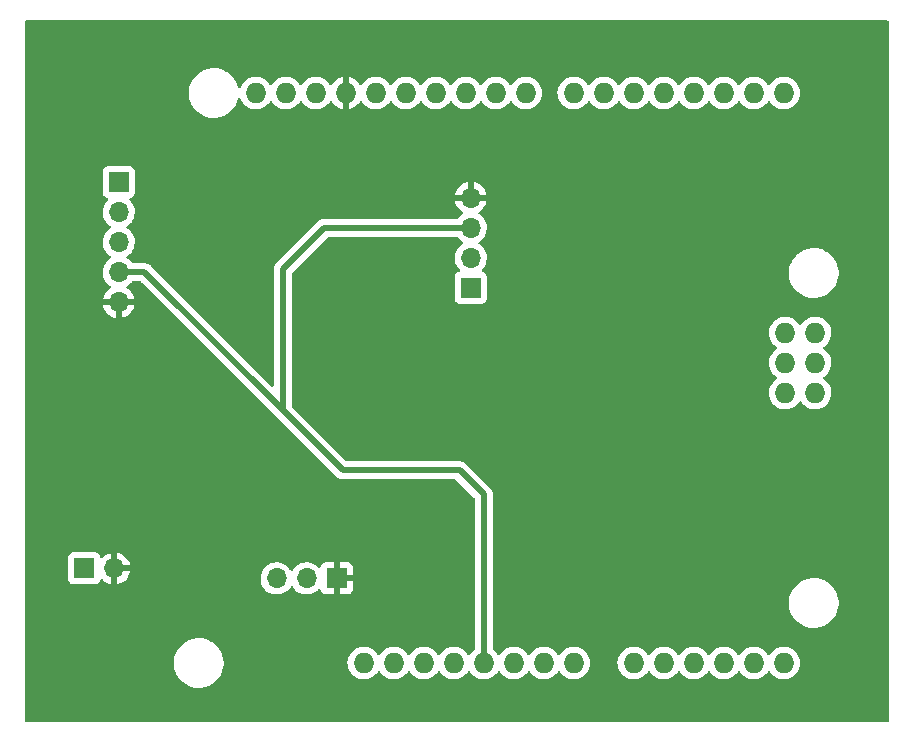
<source format=gbr>
%TF.GenerationSoftware,KiCad,Pcbnew,(6.0.9)*%
%TF.CreationDate,2022-11-16T17:04:13-08:00*%
%TF.ProjectId,ECE 411,45434520-3431-4312-9e6b-696361645f70,rev?*%
%TF.SameCoordinates,Original*%
%TF.FileFunction,Copper,L2,Bot*%
%TF.FilePolarity,Positive*%
%FSLAX46Y46*%
G04 Gerber Fmt 4.6, Leading zero omitted, Abs format (unit mm)*
G04 Created by KiCad (PCBNEW (6.0.9)) date 2022-11-16 17:04:13*
%MOMM*%
%LPD*%
G01*
G04 APERTURE LIST*
%TA.AperFunction,ComponentPad*%
%ADD10R,1.700000X1.700000*%
%TD*%
%TA.AperFunction,ComponentPad*%
%ADD11O,1.700000X1.700000*%
%TD*%
%TA.AperFunction,ComponentPad*%
%ADD12O,1.727200X1.727200*%
%TD*%
%TA.AperFunction,ViaPad*%
%ADD13C,0.700000*%
%TD*%
%TA.AperFunction,Conductor*%
%ADD14C,0.500000*%
%TD*%
G04 APERTURE END LIST*
D10*
%TO.P,J1,1,Pin_1*%
%TO.N,Net-(J1-Pad1)*%
X115652000Y-68052000D03*
D11*
%TO.P,J1,2,Pin_2*%
%TO.N,Net-(J1-Pad2)*%
X115652000Y-70592000D03*
%TO.P,J1,3,Pin_3*%
%TO.N,Net-(J1-Pad3)*%
X115652000Y-73132000D03*
%TO.P,J1,4,Pin_4*%
%TO.N,Net-(J1-Pad4)*%
X115652000Y-75672000D03*
%TO.P,J1,5,Pin_5*%
%TO.N,GND*%
X115652000Y-78212000D03*
%TD*%
D10*
%TO.P,J4,1,Pin_1*%
%TO.N,Net-(J4-Pad1)*%
X145460000Y-77002000D03*
D11*
%TO.P,J4,2,Pin_2*%
%TO.N,Net-(J4-Pad2)*%
X145460000Y-74462000D03*
%TO.P,J4,3,Pin_3*%
%TO.N,Net-(J1-Pad4)*%
X145460000Y-71922000D03*
%TO.P,J4,4,Pin_4*%
%TO.N,GND*%
X145460000Y-69382000D03*
%TD*%
D10*
%TO.P,J3,1,Pin_1*%
%TO.N,GND*%
X134112000Y-101600000D03*
D11*
%TO.P,J3,2,Pin_2*%
%TO.N,Net-(J3-Pad2)*%
X131572000Y-101600000D03*
%TO.P,J3,3,Pin_3*%
%TO.N,Net-(J2-Pad1)*%
X129032000Y-101600000D03*
%TD*%
D10*
%TO.P,J2,1,Pin_1*%
%TO.N,Net-(J2-Pad1)*%
X112746000Y-100756000D03*
D11*
%TO.P,J2,2,Pin_2*%
%TO.N,GND*%
X115286000Y-100756000D03*
%TD*%
D12*
%TO.P,XA1,*%
%TO.N,*%
X136400000Y-108770000D03*
%TO.P,XA1,3V3,3.3V*%
%TO.N,unconnected-(XA1-Pad3V3)*%
X144020000Y-108770000D03*
%TO.P,XA1,5V1,5V*%
%TO.N,Net-(J1-Pad4)*%
X146560000Y-108770000D03*
%TO.P,XA1,5V2,SPI_5V*%
%TO.N,unconnected-(XA1-Pad5V2)*%
X174627000Y-80830000D03*
%TO.P,XA1,A0,A0*%
%TO.N,unconnected-(XA1-PadA0)*%
X159260000Y-108770000D03*
%TO.P,XA1,A1,A1*%
%TO.N,unconnected-(XA1-PadA1)*%
X161800000Y-108770000D03*
%TO.P,XA1,A2,A2*%
%TO.N,unconnected-(XA1-PadA2)*%
X164340000Y-108770000D03*
%TO.P,XA1,A3,A3*%
%TO.N,unconnected-(XA1-PadA3)*%
X166880000Y-108770000D03*
%TO.P,XA1,A4,A4*%
%TO.N,unconnected-(XA1-PadA4)*%
X169420000Y-108770000D03*
%TO.P,XA1,A5,A5*%
%TO.N,unconnected-(XA1-PadA5)*%
X171960000Y-108770000D03*
%TO.P,XA1,AREF,AREF*%
%TO.N,unconnected-(XA1-PadAREF)*%
X132336000Y-60510000D03*
%TO.P,XA1,D0,D0_RX0*%
%TO.N,unconnected-(XA1-PadD0)*%
X171960000Y-60510000D03*
%TO.P,XA1,D1,D1_TX0*%
%TO.N,unconnected-(XA1-PadD1)*%
X169420000Y-60510000D03*
%TO.P,XA1,D2,D2_INT0*%
%TO.N,Net-(J1-Pad3)*%
X166880000Y-60510000D03*
%TO.P,XA1,D3,D3_INT1*%
%TO.N,Net-(J1-Pad2)*%
X164340000Y-60510000D03*
%TO.P,XA1,D4,D4*%
%TO.N,Net-(J1-Pad1)*%
X161800000Y-60510000D03*
%TO.P,XA1,D5,D5*%
%TO.N,unconnected-(XA1-PadD5)*%
X159260000Y-60510000D03*
%TO.P,XA1,D6,D6*%
%TO.N,unconnected-(XA1-PadD6)*%
X156720000Y-60510000D03*
%TO.P,XA1,D7,D7*%
%TO.N,unconnected-(XA1-PadD7)*%
X154180000Y-60510000D03*
%TO.P,XA1,D8,D8*%
%TO.N,unconnected-(XA1-PadD8)*%
X150116000Y-60510000D03*
%TO.P,XA1,D9,D9*%
%TO.N,unconnected-(XA1-PadD9)*%
X147576000Y-60510000D03*
%TO.P,XA1,D10,D10_CS*%
%TO.N,unconnected-(XA1-PadD10)*%
X145036000Y-60510000D03*
%TO.P,XA1,D11,D11*%
%TO.N,unconnected-(XA1-PadD11)*%
X142496000Y-60510000D03*
%TO.P,XA1,D12,D12*%
%TO.N,unconnected-(XA1-PadD12)*%
X139956000Y-60510000D03*
%TO.P,XA1,D13,D13*%
%TO.N,unconnected-(XA1-PadD13)*%
X137416000Y-60510000D03*
%TO.P,XA1,GND1,GND*%
%TO.N,GND*%
X134876000Y-60510000D03*
%TO.P,XA1,GND2,GND*%
%TO.N,unconnected-(XA1-PadGND2)*%
X149100000Y-108770000D03*
%TO.P,XA1,GND3,GND*%
%TO.N,unconnected-(XA1-PadGND3)*%
X151640000Y-108770000D03*
%TO.P,XA1,GND4,SPI_GND*%
%TO.N,unconnected-(XA1-PadGND4)*%
X174627000Y-85910000D03*
%TO.P,XA1,IORF,IOREF*%
%TO.N,unconnected-(XA1-PadIORF)*%
X138940000Y-108770000D03*
%TO.P,XA1,MISO,SPI_MISO*%
%TO.N,unconnected-(XA1-PadMISO)*%
X172087000Y-80830000D03*
%TO.P,XA1,MOSI,SPI_MOSI*%
%TO.N,unconnected-(XA1-PadMOSI)*%
X174627000Y-83370000D03*
%TO.P,XA1,RST1,RESET*%
%TO.N,unconnected-(XA1-PadRST1)*%
X141480000Y-108770000D03*
%TO.P,XA1,RST2,SPI_RESET*%
%TO.N,unconnected-(XA1-PadRST2)*%
X172087000Y-85910000D03*
%TO.P,XA1,SCK,SPI_SCK*%
%TO.N,unconnected-(XA1-PadSCK)*%
X172087000Y-83370000D03*
%TO.P,XA1,SCL,SCL*%
%TO.N,Net-(J4-Pad1)*%
X127256000Y-60510000D03*
%TO.P,XA1,SDA,SDA*%
%TO.N,Net-(J4-Pad2)*%
X129796000Y-60510000D03*
%TO.P,XA1,VIN,VIN*%
%TO.N,Net-(J3-Pad2)*%
X154180000Y-108770000D03*
%TD*%
D13*
%TO.N,GND*%
X122428000Y-102870000D03*
X159004000Y-65024000D03*
X122936000Y-78486000D03*
X158496000Y-75692000D03*
X168656000Y-91186000D03*
X171704000Y-65278000D03*
X142748000Y-104140000D03*
X134366000Y-93726000D03*
X147066000Y-92202000D03*
X112268000Y-84074000D03*
X170688000Y-76454000D03*
X150876000Y-104140000D03*
X165100000Y-104394000D03*
X136652000Y-64770000D03*
X156972000Y-91440000D03*
X122682000Y-92710000D03*
X148590000Y-64770000D03*
X121412000Y-65024000D03*
%TD*%
D14*
%TO.N,Net-(J1-Pad4)*%
X146558000Y-96520000D02*
X146560000Y-96522000D01*
X117836000Y-75672000D02*
X115652000Y-75672000D01*
X129540000Y-75438000D02*
X133056000Y-71922000D01*
X133056000Y-71922000D02*
X145460000Y-71922000D01*
X129540000Y-87376000D02*
X117836000Y-75672000D01*
X146558000Y-94488000D02*
X146558000Y-96520000D01*
X144526000Y-92456000D02*
X146558000Y-94488000D01*
X146560000Y-96522000D02*
X146560000Y-108770000D01*
X129540000Y-87376000D02*
X129540000Y-75438000D01*
X129540000Y-87376000D02*
X134620000Y-92456000D01*
X134620000Y-92456000D02*
X144526000Y-92456000D01*
%TD*%
%TA.AperFunction,Conductor*%
%TO.N,GND*%
G36*
X180790121Y-54376002D02*
G01*
X180836614Y-54429658D01*
X180848000Y-54482000D01*
X180848000Y-113666000D01*
X180827998Y-113734121D01*
X180774342Y-113780614D01*
X180722000Y-113792000D01*
X107822000Y-113792000D01*
X107753879Y-113771998D01*
X107707386Y-113718342D01*
X107696000Y-113666000D01*
X107696000Y-108902703D01*
X120320743Y-108902703D01*
X120358268Y-109187734D01*
X120434129Y-109465036D01*
X120435813Y-109468984D01*
X120482632Y-109578748D01*
X120546923Y-109729476D01*
X120558693Y-109749142D01*
X120681835Y-109954897D01*
X120694561Y-109976161D01*
X120874313Y-110200528D01*
X121082851Y-110398423D01*
X121316317Y-110566186D01*
X121320112Y-110568195D01*
X121320113Y-110568196D01*
X121341869Y-110579715D01*
X121570392Y-110700712D01*
X121840373Y-110799511D01*
X122121264Y-110860755D01*
X122149841Y-110863004D01*
X122344282Y-110878307D01*
X122344291Y-110878307D01*
X122346739Y-110878500D01*
X122502271Y-110878500D01*
X122504407Y-110878354D01*
X122504418Y-110878354D01*
X122712548Y-110864165D01*
X122712554Y-110864164D01*
X122716825Y-110863873D01*
X122721020Y-110863004D01*
X122721022Y-110863004D01*
X122857583Y-110834724D01*
X122998342Y-110805574D01*
X123269343Y-110709607D01*
X123524812Y-110577750D01*
X123528313Y-110575289D01*
X123528317Y-110575287D01*
X123642417Y-110495096D01*
X123760023Y-110412441D01*
X123970622Y-110216740D01*
X124152713Y-109994268D01*
X124302927Y-109749142D01*
X124341034Y-109662333D01*
X124416757Y-109489830D01*
X124418483Y-109485898D01*
X124497244Y-109209406D01*
X124537751Y-108924784D01*
X124537845Y-108906951D01*
X124539235Y-108641583D01*
X124539235Y-108641576D01*
X124539257Y-108637297D01*
X124526463Y-108540113D01*
X124502292Y-108356522D01*
X124501732Y-108352266D01*
X124425871Y-108074964D01*
X124412015Y-108042479D01*
X124314763Y-107814476D01*
X124314761Y-107814472D01*
X124313077Y-107810524D01*
X124204298Y-107628768D01*
X124167643Y-107567521D01*
X124167640Y-107567517D01*
X124165439Y-107563839D01*
X123985687Y-107339472D01*
X123777149Y-107141577D01*
X123543683Y-106973814D01*
X123521843Y-106962250D01*
X123498654Y-106949972D01*
X123289608Y-106839288D01*
X123019627Y-106740489D01*
X122738736Y-106679245D01*
X122707685Y-106676801D01*
X122515718Y-106661693D01*
X122515709Y-106661693D01*
X122513261Y-106661500D01*
X122357729Y-106661500D01*
X122355593Y-106661646D01*
X122355582Y-106661646D01*
X122147452Y-106675835D01*
X122147446Y-106675836D01*
X122143175Y-106676127D01*
X122138980Y-106676996D01*
X122138978Y-106676996D01*
X122002417Y-106705276D01*
X121861658Y-106734426D01*
X121590657Y-106830393D01*
X121335188Y-106962250D01*
X121331687Y-106964711D01*
X121331683Y-106964713D01*
X121321594Y-106971804D01*
X121099977Y-107127559D01*
X120889378Y-107323260D01*
X120707287Y-107545732D01*
X120557073Y-107790858D01*
X120441517Y-108054102D01*
X120362756Y-108330594D01*
X120322249Y-108615216D01*
X120322227Y-108619505D01*
X120322226Y-108619512D01*
X120321068Y-108840578D01*
X120320743Y-108902703D01*
X107696000Y-108902703D01*
X107696000Y-101654134D01*
X111387500Y-101654134D01*
X111394255Y-101716316D01*
X111445385Y-101852705D01*
X111532739Y-101969261D01*
X111649295Y-102056615D01*
X111785684Y-102107745D01*
X111847866Y-102114500D01*
X113644134Y-102114500D01*
X113706316Y-102107745D01*
X113842705Y-102056615D01*
X113959261Y-101969261D01*
X114046615Y-101852705D01*
X114081636Y-101759288D01*
X114090798Y-101734848D01*
X114133440Y-101678084D01*
X114200001Y-101653384D01*
X114269350Y-101668592D01*
X114304017Y-101696580D01*
X114329218Y-101725673D01*
X114336580Y-101732883D01*
X114500434Y-101868916D01*
X114508881Y-101874831D01*
X114692756Y-101982279D01*
X114702042Y-101986729D01*
X114901001Y-102062703D01*
X114910899Y-102065579D01*
X115014250Y-102086606D01*
X115028299Y-102085410D01*
X115032000Y-102075065D01*
X115032000Y-102074517D01*
X115540000Y-102074517D01*
X115544064Y-102088359D01*
X115557478Y-102090393D01*
X115564184Y-102089534D01*
X115574262Y-102087392D01*
X115778255Y-102026191D01*
X115787842Y-102022433D01*
X115979095Y-101928739D01*
X115987945Y-101923464D01*
X116161328Y-101799792D01*
X116169200Y-101793139D01*
X116320052Y-101642812D01*
X116326730Y-101634965D01*
X116375787Y-101566695D01*
X127669251Y-101566695D01*
X127669548Y-101571848D01*
X127669548Y-101571851D01*
X127678417Y-101725673D01*
X127682110Y-101789715D01*
X127683247Y-101794761D01*
X127683248Y-101794767D01*
X127697606Y-101858475D01*
X127731222Y-102007639D01*
X127815266Y-102214616D01*
X127866942Y-102298944D01*
X127929291Y-102400688D01*
X127931987Y-102405088D01*
X128078250Y-102573938D01*
X128250126Y-102716632D01*
X128443000Y-102829338D01*
X128651692Y-102909030D01*
X128656760Y-102910061D01*
X128656763Y-102910062D01*
X128764017Y-102931883D01*
X128870597Y-102953567D01*
X128875772Y-102953757D01*
X128875774Y-102953757D01*
X129088673Y-102961564D01*
X129088677Y-102961564D01*
X129093837Y-102961753D01*
X129098957Y-102961097D01*
X129098959Y-102961097D01*
X129310288Y-102934025D01*
X129310289Y-102934025D01*
X129315416Y-102933368D01*
X129320366Y-102931883D01*
X129524429Y-102870661D01*
X129524434Y-102870659D01*
X129529384Y-102869174D01*
X129729994Y-102770896D01*
X129911860Y-102641173D01*
X130070096Y-102483489D01*
X130129594Y-102400689D01*
X130200453Y-102302077D01*
X130201776Y-102303028D01*
X130248645Y-102259857D01*
X130318580Y-102247625D01*
X130384026Y-102275144D01*
X130411875Y-102306994D01*
X130471987Y-102405088D01*
X130618250Y-102573938D01*
X130790126Y-102716632D01*
X130983000Y-102829338D01*
X131191692Y-102909030D01*
X131196760Y-102910061D01*
X131196763Y-102910062D01*
X131304017Y-102931883D01*
X131410597Y-102953567D01*
X131415772Y-102953757D01*
X131415774Y-102953757D01*
X131628673Y-102961564D01*
X131628677Y-102961564D01*
X131633837Y-102961753D01*
X131638957Y-102961097D01*
X131638959Y-102961097D01*
X131850288Y-102934025D01*
X131850289Y-102934025D01*
X131855416Y-102933368D01*
X131860366Y-102931883D01*
X132064429Y-102870661D01*
X132064434Y-102870659D01*
X132069384Y-102869174D01*
X132269994Y-102770896D01*
X132451860Y-102641173D01*
X132519331Y-102573938D01*
X132560479Y-102532933D01*
X132622851Y-102499017D01*
X132693658Y-102504205D01*
X132750419Y-102546851D01*
X132767401Y-102577954D01*
X132808676Y-102688054D01*
X132817214Y-102703649D01*
X132893715Y-102805724D01*
X132906276Y-102818285D01*
X133008351Y-102894786D01*
X133023946Y-102903324D01*
X133144394Y-102948478D01*
X133159649Y-102952105D01*
X133210514Y-102957631D01*
X133217328Y-102958000D01*
X133839885Y-102958000D01*
X133855124Y-102953525D01*
X133856329Y-102952135D01*
X133858000Y-102944452D01*
X133858000Y-102939884D01*
X134366000Y-102939884D01*
X134370475Y-102955123D01*
X134371865Y-102956328D01*
X134379548Y-102957999D01*
X135006669Y-102957999D01*
X135013490Y-102957629D01*
X135064352Y-102952105D01*
X135079604Y-102948479D01*
X135200054Y-102903324D01*
X135215649Y-102894786D01*
X135317724Y-102818285D01*
X135330285Y-102805724D01*
X135406786Y-102703649D01*
X135415324Y-102688054D01*
X135460478Y-102567606D01*
X135464105Y-102552351D01*
X135469631Y-102501486D01*
X135470000Y-102494672D01*
X135470000Y-101872115D01*
X135465525Y-101856876D01*
X135464135Y-101855671D01*
X135456452Y-101854000D01*
X134384115Y-101854000D01*
X134368876Y-101858475D01*
X134367671Y-101859865D01*
X134366000Y-101867548D01*
X134366000Y-102939884D01*
X133858000Y-102939884D01*
X133858000Y-101327885D01*
X134366000Y-101327885D01*
X134370475Y-101343124D01*
X134371865Y-101344329D01*
X134379548Y-101346000D01*
X135451884Y-101346000D01*
X135467123Y-101341525D01*
X135468328Y-101340135D01*
X135469999Y-101332452D01*
X135469999Y-100705331D01*
X135469629Y-100698510D01*
X135464105Y-100647648D01*
X135460479Y-100632396D01*
X135415324Y-100511946D01*
X135406786Y-100496351D01*
X135330285Y-100394276D01*
X135317724Y-100381715D01*
X135215649Y-100305214D01*
X135200054Y-100296676D01*
X135079606Y-100251522D01*
X135064351Y-100247895D01*
X135013486Y-100242369D01*
X135006672Y-100242000D01*
X134384115Y-100242000D01*
X134368876Y-100246475D01*
X134367671Y-100247865D01*
X134366000Y-100255548D01*
X134366000Y-101327885D01*
X133858000Y-101327885D01*
X133858000Y-100260116D01*
X133853525Y-100244877D01*
X133852135Y-100243672D01*
X133844452Y-100242001D01*
X133217331Y-100242001D01*
X133210510Y-100242371D01*
X133159648Y-100247895D01*
X133144396Y-100251521D01*
X133023946Y-100296676D01*
X133008351Y-100305214D01*
X132906276Y-100381715D01*
X132893715Y-100394276D01*
X132817214Y-100496351D01*
X132808676Y-100511946D01*
X132767297Y-100622322D01*
X132724655Y-100679087D01*
X132658093Y-100703786D01*
X132588744Y-100688578D01*
X132556121Y-100662891D01*
X132505151Y-100606876D01*
X132505145Y-100606870D01*
X132501670Y-100603051D01*
X132497619Y-100599852D01*
X132497615Y-100599848D01*
X132330414Y-100467800D01*
X132330410Y-100467798D01*
X132326359Y-100464598D01*
X132130789Y-100356638D01*
X132125920Y-100354914D01*
X132125916Y-100354912D01*
X131925087Y-100283795D01*
X131925083Y-100283794D01*
X131920212Y-100282069D01*
X131915119Y-100281162D01*
X131915116Y-100281161D01*
X131705373Y-100243800D01*
X131705367Y-100243799D01*
X131700284Y-100242894D01*
X131626452Y-100241992D01*
X131482081Y-100240228D01*
X131482079Y-100240228D01*
X131476911Y-100240165D01*
X131256091Y-100273955D01*
X131043756Y-100343357D01*
X130845607Y-100446507D01*
X130841474Y-100449610D01*
X130841471Y-100449612D01*
X130771697Y-100502000D01*
X130666965Y-100580635D01*
X130512629Y-100742138D01*
X130405201Y-100899621D01*
X130350293Y-100944621D01*
X130279768Y-100952792D01*
X130216021Y-100921538D01*
X130195324Y-100897054D01*
X130114822Y-100772617D01*
X130114820Y-100772614D01*
X130112014Y-100768277D01*
X129961670Y-100603051D01*
X129957619Y-100599852D01*
X129957615Y-100599848D01*
X129790414Y-100467800D01*
X129790410Y-100467798D01*
X129786359Y-100464598D01*
X129590789Y-100356638D01*
X129585920Y-100354914D01*
X129585916Y-100354912D01*
X129385087Y-100283795D01*
X129385083Y-100283794D01*
X129380212Y-100282069D01*
X129375119Y-100281162D01*
X129375116Y-100281161D01*
X129165373Y-100243800D01*
X129165367Y-100243799D01*
X129160284Y-100242894D01*
X129086452Y-100241992D01*
X128942081Y-100240228D01*
X128942079Y-100240228D01*
X128936911Y-100240165D01*
X128716091Y-100273955D01*
X128503756Y-100343357D01*
X128305607Y-100446507D01*
X128301474Y-100449610D01*
X128301471Y-100449612D01*
X128231697Y-100502000D01*
X128126965Y-100580635D01*
X127972629Y-100742138D01*
X127846743Y-100926680D01*
X127752688Y-101129305D01*
X127692989Y-101344570D01*
X127669251Y-101566695D01*
X116375787Y-101566695D01*
X116451003Y-101462020D01*
X116456313Y-101453183D01*
X116550670Y-101262267D01*
X116554469Y-101252672D01*
X116616377Y-101048910D01*
X116618555Y-101038837D01*
X116619986Y-101027962D01*
X116617775Y-101013778D01*
X116604617Y-101010000D01*
X115558115Y-101010000D01*
X115542876Y-101014475D01*
X115541671Y-101015865D01*
X115540000Y-101023548D01*
X115540000Y-102074517D01*
X115032000Y-102074517D01*
X115032000Y-100483885D01*
X115540000Y-100483885D01*
X115544475Y-100499124D01*
X115545865Y-100500329D01*
X115553548Y-100502000D01*
X116604344Y-100502000D01*
X116617875Y-100498027D01*
X116619180Y-100488947D01*
X116577214Y-100321875D01*
X116573894Y-100312124D01*
X116488972Y-100116814D01*
X116484105Y-100107739D01*
X116368426Y-99928926D01*
X116362136Y-99920757D01*
X116218806Y-99763240D01*
X116211273Y-99756215D01*
X116044139Y-99624222D01*
X116035552Y-99618517D01*
X115849117Y-99515599D01*
X115839705Y-99511369D01*
X115638959Y-99440280D01*
X115628988Y-99437646D01*
X115557837Y-99424972D01*
X115544540Y-99426432D01*
X115540000Y-99440989D01*
X115540000Y-100483885D01*
X115032000Y-100483885D01*
X115032000Y-99439102D01*
X115028082Y-99425758D01*
X115013806Y-99423771D01*
X114975324Y-99429660D01*
X114965288Y-99432051D01*
X114762868Y-99498212D01*
X114753359Y-99502209D01*
X114564463Y-99600542D01*
X114555738Y-99606036D01*
X114385433Y-99733905D01*
X114377726Y-99740748D01*
X114300478Y-99821584D01*
X114238954Y-99857014D01*
X114168042Y-99853557D01*
X114110255Y-99812311D01*
X114091402Y-99778763D01*
X114049767Y-99667703D01*
X114046615Y-99659295D01*
X113959261Y-99542739D01*
X113842705Y-99455385D01*
X113706316Y-99404255D01*
X113644134Y-99397500D01*
X111847866Y-99397500D01*
X111785684Y-99404255D01*
X111649295Y-99455385D01*
X111532739Y-99542739D01*
X111445385Y-99659295D01*
X111394255Y-99795684D01*
X111387500Y-99857866D01*
X111387500Y-101654134D01*
X107696000Y-101654134D01*
X107696000Y-78479966D01*
X114320257Y-78479966D01*
X114350565Y-78614446D01*
X114353645Y-78624275D01*
X114433770Y-78821603D01*
X114438413Y-78830794D01*
X114549694Y-79012388D01*
X114555777Y-79020699D01*
X114695213Y-79181667D01*
X114702580Y-79188883D01*
X114866434Y-79324916D01*
X114874881Y-79330831D01*
X115058756Y-79438279D01*
X115068042Y-79442729D01*
X115267001Y-79518703D01*
X115276899Y-79521579D01*
X115380250Y-79542606D01*
X115394299Y-79541410D01*
X115398000Y-79531065D01*
X115398000Y-79530517D01*
X115906000Y-79530517D01*
X115910064Y-79544359D01*
X115923478Y-79546393D01*
X115930184Y-79545534D01*
X115940262Y-79543392D01*
X116144255Y-79482191D01*
X116153842Y-79478433D01*
X116345095Y-79384739D01*
X116353945Y-79379464D01*
X116527328Y-79255792D01*
X116535200Y-79249139D01*
X116686052Y-79098812D01*
X116692730Y-79090965D01*
X116817003Y-78918020D01*
X116822313Y-78909183D01*
X116916670Y-78718267D01*
X116920469Y-78708672D01*
X116982377Y-78504910D01*
X116984555Y-78494837D01*
X116985986Y-78483962D01*
X116983775Y-78469778D01*
X116970617Y-78466000D01*
X115924115Y-78466000D01*
X115908876Y-78470475D01*
X115907671Y-78471865D01*
X115906000Y-78479548D01*
X115906000Y-79530517D01*
X115398000Y-79530517D01*
X115398000Y-78484115D01*
X115393525Y-78468876D01*
X115392135Y-78467671D01*
X115384452Y-78466000D01*
X114335225Y-78466000D01*
X114321694Y-78469973D01*
X114320257Y-78479966D01*
X107696000Y-78479966D01*
X107696000Y-75638695D01*
X114289251Y-75638695D01*
X114289548Y-75643848D01*
X114289548Y-75643851D01*
X114294876Y-75736250D01*
X114302110Y-75861715D01*
X114303247Y-75866761D01*
X114303248Y-75866767D01*
X114310848Y-75900488D01*
X114351222Y-76079639D01*
X114435266Y-76286616D01*
X114437965Y-76291020D01*
X114532346Y-76445036D01*
X114551987Y-76477088D01*
X114698250Y-76645938D01*
X114870126Y-76788632D01*
X114943955Y-76831774D01*
X114992679Y-76883412D01*
X115005750Y-76953195D01*
X114979019Y-77018967D01*
X114938562Y-77052327D01*
X114930457Y-77056546D01*
X114921738Y-77062036D01*
X114751433Y-77189905D01*
X114743726Y-77196748D01*
X114596590Y-77350717D01*
X114590104Y-77358727D01*
X114470098Y-77534649D01*
X114465000Y-77543623D01*
X114375338Y-77736783D01*
X114371775Y-77746470D01*
X114316389Y-77946183D01*
X114317912Y-77954607D01*
X114330292Y-77958000D01*
X116970344Y-77958000D01*
X116983875Y-77954027D01*
X116985180Y-77944947D01*
X116943214Y-77777875D01*
X116939894Y-77768124D01*
X116854972Y-77572814D01*
X116850105Y-77563739D01*
X116734426Y-77384926D01*
X116728136Y-77376757D01*
X116584806Y-77219240D01*
X116577273Y-77212215D01*
X116410139Y-77080222D01*
X116401556Y-77074520D01*
X116364602Y-77054120D01*
X116314631Y-77003687D01*
X116299859Y-76934245D01*
X116324975Y-76867839D01*
X116352327Y-76841232D01*
X116375797Y-76824491D01*
X116531860Y-76713173D01*
X116690096Y-76555489D01*
X116742203Y-76482974D01*
X116798198Y-76439326D01*
X116844526Y-76430500D01*
X117469629Y-76430500D01*
X117537750Y-76450502D01*
X117558724Y-76467405D01*
X128941469Y-87850150D01*
X128949037Y-87858423D01*
X128950132Y-87859732D01*
X128954144Y-87865852D01*
X128959456Y-87870884D01*
X129010383Y-87919128D01*
X129012825Y-87921506D01*
X134036230Y-92944911D01*
X134048616Y-92959323D01*
X134057149Y-92970918D01*
X134057154Y-92970923D01*
X134061492Y-92976818D01*
X134067070Y-92981557D01*
X134067073Y-92981560D01*
X134101768Y-93011035D01*
X134109284Y-93017965D01*
X134114979Y-93023660D01*
X134117861Y-93025940D01*
X134137251Y-93041281D01*
X134140655Y-93044072D01*
X134190703Y-93086591D01*
X134196285Y-93091333D01*
X134202801Y-93094661D01*
X134207850Y-93098028D01*
X134212979Y-93101195D01*
X134218716Y-93105734D01*
X134284875Y-93136655D01*
X134288769Y-93138558D01*
X134353808Y-93171769D01*
X134360916Y-93173508D01*
X134366559Y-93175607D01*
X134372322Y-93177524D01*
X134378950Y-93180622D01*
X134386112Y-93182112D01*
X134386113Y-93182112D01*
X134450412Y-93195486D01*
X134454696Y-93196456D01*
X134525610Y-93213808D01*
X134531212Y-93214156D01*
X134531215Y-93214156D01*
X134536764Y-93214500D01*
X134536762Y-93214536D01*
X134540755Y-93214775D01*
X134544947Y-93215149D01*
X134552115Y-93216640D01*
X134629520Y-93214546D01*
X134632928Y-93214500D01*
X144159629Y-93214500D01*
X144227750Y-93234502D01*
X144248724Y-93251405D01*
X145762595Y-94765276D01*
X145796621Y-94827588D01*
X145799500Y-94854371D01*
X145799500Y-96452930D01*
X145798067Y-96471880D01*
X145795953Y-96485777D01*
X145794801Y-96493349D01*
X145795394Y-96500641D01*
X145795394Y-96500644D01*
X145799085Y-96546018D01*
X145799500Y-96556233D01*
X145799500Y-96564293D01*
X145800179Y-96570114D01*
X145800652Y-96574174D01*
X145801500Y-96588765D01*
X145801500Y-107560647D01*
X145781498Y-107628768D01*
X145751153Y-107661407D01*
X145650046Y-107737320D01*
X145650040Y-107737326D01*
X145645905Y-107740430D01*
X145490024Y-107903550D01*
X145487112Y-107907819D01*
X145487106Y-107907827D01*
X145393503Y-108045043D01*
X145338592Y-108090046D01*
X145268067Y-108098217D01*
X145204320Y-108066963D01*
X145183623Y-108042479D01*
X145113634Y-107934291D01*
X145113632Y-107934288D01*
X145110826Y-107929951D01*
X144958977Y-107763071D01*
X144954926Y-107759872D01*
X144954922Y-107759868D01*
X144785966Y-107626434D01*
X144785962Y-107626432D01*
X144781911Y-107623232D01*
X144584383Y-107514191D01*
X144371698Y-107438876D01*
X144321297Y-107429898D01*
X144154657Y-107400214D01*
X144154653Y-107400214D01*
X144149569Y-107399308D01*
X144077574Y-107398429D01*
X143929129Y-107396615D01*
X143929127Y-107396615D01*
X143923959Y-107396552D01*
X143700929Y-107430680D01*
X143486468Y-107500777D01*
X143286335Y-107604960D01*
X143282202Y-107608063D01*
X143282199Y-107608065D01*
X143211154Y-107661407D01*
X143105905Y-107740430D01*
X142950024Y-107903550D01*
X142947112Y-107907819D01*
X142947106Y-107907827D01*
X142853503Y-108045043D01*
X142798592Y-108090046D01*
X142728067Y-108098217D01*
X142664320Y-108066963D01*
X142643623Y-108042479D01*
X142573634Y-107934291D01*
X142573632Y-107934288D01*
X142570826Y-107929951D01*
X142418977Y-107763071D01*
X142414926Y-107759872D01*
X142414922Y-107759868D01*
X142245966Y-107626434D01*
X142245962Y-107626432D01*
X142241911Y-107623232D01*
X142044383Y-107514191D01*
X141831698Y-107438876D01*
X141781297Y-107429898D01*
X141614657Y-107400214D01*
X141614653Y-107400214D01*
X141609569Y-107399308D01*
X141537574Y-107398429D01*
X141389129Y-107396615D01*
X141389127Y-107396615D01*
X141383959Y-107396552D01*
X141160929Y-107430680D01*
X140946468Y-107500777D01*
X140746335Y-107604960D01*
X140742202Y-107608063D01*
X140742199Y-107608065D01*
X140671154Y-107661407D01*
X140565905Y-107740430D01*
X140410024Y-107903550D01*
X140407112Y-107907819D01*
X140407106Y-107907827D01*
X140313503Y-108045043D01*
X140258592Y-108090046D01*
X140188067Y-108098217D01*
X140124320Y-108066963D01*
X140103623Y-108042479D01*
X140033634Y-107934291D01*
X140033632Y-107934288D01*
X140030826Y-107929951D01*
X139878977Y-107763071D01*
X139874926Y-107759872D01*
X139874922Y-107759868D01*
X139705966Y-107626434D01*
X139705962Y-107626432D01*
X139701911Y-107623232D01*
X139504383Y-107514191D01*
X139291698Y-107438876D01*
X139241297Y-107429898D01*
X139074657Y-107400214D01*
X139074653Y-107400214D01*
X139069569Y-107399308D01*
X138997574Y-107398429D01*
X138849129Y-107396615D01*
X138849127Y-107396615D01*
X138843959Y-107396552D01*
X138620929Y-107430680D01*
X138406468Y-107500777D01*
X138206335Y-107604960D01*
X138202202Y-107608063D01*
X138202199Y-107608065D01*
X138131154Y-107661407D01*
X138025905Y-107740430D01*
X137870024Y-107903550D01*
X137867112Y-107907819D01*
X137867106Y-107907827D01*
X137773503Y-108045043D01*
X137718592Y-108090046D01*
X137648067Y-108098217D01*
X137584320Y-108066963D01*
X137563623Y-108042479D01*
X137493634Y-107934291D01*
X137493632Y-107934288D01*
X137490826Y-107929951D01*
X137338977Y-107763071D01*
X137334926Y-107759872D01*
X137334922Y-107759868D01*
X137165966Y-107626434D01*
X137165962Y-107626432D01*
X137161911Y-107623232D01*
X136964383Y-107514191D01*
X136751698Y-107438876D01*
X136701297Y-107429898D01*
X136534657Y-107400214D01*
X136534653Y-107400214D01*
X136529569Y-107399308D01*
X136457574Y-107398429D01*
X136309129Y-107396615D01*
X136309127Y-107396615D01*
X136303959Y-107396552D01*
X136080929Y-107430680D01*
X135866468Y-107500777D01*
X135666335Y-107604960D01*
X135662202Y-107608063D01*
X135662199Y-107608065D01*
X135591154Y-107661407D01*
X135485905Y-107740430D01*
X135330024Y-107903550D01*
X135202878Y-108089940D01*
X135200704Y-108094624D01*
X135200702Y-108094627D01*
X135129402Y-108248231D01*
X135107881Y-108294593D01*
X135047585Y-108512013D01*
X135023609Y-108736362D01*
X135023906Y-108741514D01*
X135023906Y-108741518D01*
X135029618Y-108840578D01*
X135036597Y-108961614D01*
X135037734Y-108966660D01*
X135037735Y-108966666D01*
X135058984Y-109060952D01*
X135086200Y-109181720D01*
X135088142Y-109186502D01*
X135088143Y-109186506D01*
X135124822Y-109276835D01*
X135171086Y-109390769D01*
X135288975Y-109583147D01*
X135436702Y-109753687D01*
X135610299Y-109897810D01*
X135614751Y-109900412D01*
X135614756Y-109900415D01*
X135750107Y-109979508D01*
X135805103Y-110011645D01*
X136015884Y-110092134D01*
X136020952Y-110093165D01*
X136020955Y-110093166D01*
X136129404Y-110115230D01*
X136236981Y-110137117D01*
X136242156Y-110137307D01*
X136242158Y-110137307D01*
X136457292Y-110145196D01*
X136457296Y-110145196D01*
X136462456Y-110145385D01*
X136467576Y-110144729D01*
X136467578Y-110144729D01*
X136536985Y-110135838D01*
X136686253Y-110116716D01*
X136691202Y-110115231D01*
X136691208Y-110115230D01*
X136897413Y-110053365D01*
X136897412Y-110053365D01*
X136902363Y-110051880D01*
X137019964Y-109994268D01*
X137100331Y-109954897D01*
X137100336Y-109954894D01*
X137104982Y-109952618D01*
X137109192Y-109949615D01*
X137109197Y-109949612D01*
X137284455Y-109824601D01*
X137284459Y-109824597D01*
X137288667Y-109821596D01*
X137448487Y-109662333D01*
X137569370Y-109494107D01*
X137625364Y-109450459D01*
X137696068Y-109444013D01*
X137759032Y-109476816D01*
X137779125Y-109501799D01*
X137826275Y-109578743D01*
X137826279Y-109578748D01*
X137828975Y-109583147D01*
X137976702Y-109753687D01*
X138150299Y-109897810D01*
X138154751Y-109900412D01*
X138154756Y-109900415D01*
X138290107Y-109979508D01*
X138345103Y-110011645D01*
X138555884Y-110092134D01*
X138560952Y-110093165D01*
X138560955Y-110093166D01*
X138669404Y-110115230D01*
X138776981Y-110137117D01*
X138782156Y-110137307D01*
X138782158Y-110137307D01*
X138997292Y-110145196D01*
X138997296Y-110145196D01*
X139002456Y-110145385D01*
X139007576Y-110144729D01*
X139007578Y-110144729D01*
X139076985Y-110135838D01*
X139226253Y-110116716D01*
X139231202Y-110115231D01*
X139231208Y-110115230D01*
X139437413Y-110053365D01*
X139437412Y-110053365D01*
X139442363Y-110051880D01*
X139559964Y-109994268D01*
X139640331Y-109954897D01*
X139640336Y-109954894D01*
X139644982Y-109952618D01*
X139649192Y-109949615D01*
X139649197Y-109949612D01*
X139824455Y-109824601D01*
X139824459Y-109824597D01*
X139828667Y-109821596D01*
X139988487Y-109662333D01*
X140109370Y-109494107D01*
X140165364Y-109450459D01*
X140236068Y-109444013D01*
X140299032Y-109476816D01*
X140319125Y-109501799D01*
X140366275Y-109578743D01*
X140366279Y-109578748D01*
X140368975Y-109583147D01*
X140516702Y-109753687D01*
X140690299Y-109897810D01*
X140694751Y-109900412D01*
X140694756Y-109900415D01*
X140830107Y-109979508D01*
X140885103Y-110011645D01*
X141095884Y-110092134D01*
X141100952Y-110093165D01*
X141100955Y-110093166D01*
X141209404Y-110115230D01*
X141316981Y-110137117D01*
X141322156Y-110137307D01*
X141322158Y-110137307D01*
X141537292Y-110145196D01*
X141537296Y-110145196D01*
X141542456Y-110145385D01*
X141547576Y-110144729D01*
X141547578Y-110144729D01*
X141616985Y-110135838D01*
X141766253Y-110116716D01*
X141771202Y-110115231D01*
X141771208Y-110115230D01*
X141977413Y-110053365D01*
X141977412Y-110053365D01*
X141982363Y-110051880D01*
X142099964Y-109994268D01*
X142180331Y-109954897D01*
X142180336Y-109954894D01*
X142184982Y-109952618D01*
X142189192Y-109949615D01*
X142189197Y-109949612D01*
X142364455Y-109824601D01*
X142364459Y-109824597D01*
X142368667Y-109821596D01*
X142528487Y-109662333D01*
X142649370Y-109494107D01*
X142705364Y-109450459D01*
X142776068Y-109444013D01*
X142839032Y-109476816D01*
X142859125Y-109501799D01*
X142906275Y-109578743D01*
X142906279Y-109578748D01*
X142908975Y-109583147D01*
X143056702Y-109753687D01*
X143230299Y-109897810D01*
X143234751Y-109900412D01*
X143234756Y-109900415D01*
X143370107Y-109979508D01*
X143425103Y-110011645D01*
X143635884Y-110092134D01*
X143640952Y-110093165D01*
X143640955Y-110093166D01*
X143749404Y-110115230D01*
X143856981Y-110137117D01*
X143862156Y-110137307D01*
X143862158Y-110137307D01*
X144077292Y-110145196D01*
X144077296Y-110145196D01*
X144082456Y-110145385D01*
X144087576Y-110144729D01*
X144087578Y-110144729D01*
X144156985Y-110135838D01*
X144306253Y-110116716D01*
X144311202Y-110115231D01*
X144311208Y-110115230D01*
X144517413Y-110053365D01*
X144517412Y-110053365D01*
X144522363Y-110051880D01*
X144639964Y-109994268D01*
X144720331Y-109954897D01*
X144720336Y-109954894D01*
X144724982Y-109952618D01*
X144729192Y-109949615D01*
X144729197Y-109949612D01*
X144904455Y-109824601D01*
X144904459Y-109824597D01*
X144908667Y-109821596D01*
X145068487Y-109662333D01*
X145189370Y-109494107D01*
X145245364Y-109450459D01*
X145316068Y-109444013D01*
X145379032Y-109476816D01*
X145399125Y-109501799D01*
X145446275Y-109578743D01*
X145446279Y-109578748D01*
X145448975Y-109583147D01*
X145596702Y-109753687D01*
X145770299Y-109897810D01*
X145774751Y-109900412D01*
X145774756Y-109900415D01*
X145910107Y-109979508D01*
X145965103Y-110011645D01*
X146175884Y-110092134D01*
X146180952Y-110093165D01*
X146180955Y-110093166D01*
X146289404Y-110115230D01*
X146396981Y-110137117D01*
X146402156Y-110137307D01*
X146402158Y-110137307D01*
X146617292Y-110145196D01*
X146617296Y-110145196D01*
X146622456Y-110145385D01*
X146627576Y-110144729D01*
X146627578Y-110144729D01*
X146696985Y-110135838D01*
X146846253Y-110116716D01*
X146851202Y-110115231D01*
X146851208Y-110115230D01*
X147057413Y-110053365D01*
X147057412Y-110053365D01*
X147062363Y-110051880D01*
X147179964Y-109994268D01*
X147260331Y-109954897D01*
X147260336Y-109954894D01*
X147264982Y-109952618D01*
X147269192Y-109949615D01*
X147269197Y-109949612D01*
X147444455Y-109824601D01*
X147444459Y-109824597D01*
X147448667Y-109821596D01*
X147608487Y-109662333D01*
X147729370Y-109494107D01*
X147785364Y-109450459D01*
X147856068Y-109444013D01*
X147919032Y-109476816D01*
X147939125Y-109501799D01*
X147986275Y-109578743D01*
X147986279Y-109578748D01*
X147988975Y-109583147D01*
X148136702Y-109753687D01*
X148310299Y-109897810D01*
X148314751Y-109900412D01*
X148314756Y-109900415D01*
X148450107Y-109979508D01*
X148505103Y-110011645D01*
X148715884Y-110092134D01*
X148720952Y-110093165D01*
X148720955Y-110093166D01*
X148829404Y-110115230D01*
X148936981Y-110137117D01*
X148942156Y-110137307D01*
X148942158Y-110137307D01*
X149157292Y-110145196D01*
X149157296Y-110145196D01*
X149162456Y-110145385D01*
X149167576Y-110144729D01*
X149167578Y-110144729D01*
X149236985Y-110135838D01*
X149386253Y-110116716D01*
X149391202Y-110115231D01*
X149391208Y-110115230D01*
X149597413Y-110053365D01*
X149597412Y-110053365D01*
X149602363Y-110051880D01*
X149719964Y-109994268D01*
X149800331Y-109954897D01*
X149800336Y-109954894D01*
X149804982Y-109952618D01*
X149809192Y-109949615D01*
X149809197Y-109949612D01*
X149984455Y-109824601D01*
X149984459Y-109824597D01*
X149988667Y-109821596D01*
X150148487Y-109662333D01*
X150269370Y-109494107D01*
X150325364Y-109450459D01*
X150396068Y-109444013D01*
X150459032Y-109476816D01*
X150479125Y-109501799D01*
X150526275Y-109578743D01*
X150526279Y-109578748D01*
X150528975Y-109583147D01*
X150676702Y-109753687D01*
X150850299Y-109897810D01*
X150854751Y-109900412D01*
X150854756Y-109900415D01*
X150990107Y-109979508D01*
X151045103Y-110011645D01*
X151255884Y-110092134D01*
X151260952Y-110093165D01*
X151260955Y-110093166D01*
X151369404Y-110115230D01*
X151476981Y-110137117D01*
X151482156Y-110137307D01*
X151482158Y-110137307D01*
X151697292Y-110145196D01*
X151697296Y-110145196D01*
X151702456Y-110145385D01*
X151707576Y-110144729D01*
X151707578Y-110144729D01*
X151776985Y-110135838D01*
X151926253Y-110116716D01*
X151931202Y-110115231D01*
X151931208Y-110115230D01*
X152137413Y-110053365D01*
X152137412Y-110053365D01*
X152142363Y-110051880D01*
X152259964Y-109994268D01*
X152340331Y-109954897D01*
X152340336Y-109954894D01*
X152344982Y-109952618D01*
X152349192Y-109949615D01*
X152349197Y-109949612D01*
X152524455Y-109824601D01*
X152524459Y-109824597D01*
X152528667Y-109821596D01*
X152688487Y-109662333D01*
X152809370Y-109494107D01*
X152865364Y-109450459D01*
X152936068Y-109444013D01*
X152999032Y-109476816D01*
X153019125Y-109501799D01*
X153066275Y-109578743D01*
X153066279Y-109578748D01*
X153068975Y-109583147D01*
X153216702Y-109753687D01*
X153390299Y-109897810D01*
X153394751Y-109900412D01*
X153394756Y-109900415D01*
X153530107Y-109979508D01*
X153585103Y-110011645D01*
X153795884Y-110092134D01*
X153800952Y-110093165D01*
X153800955Y-110093166D01*
X153909404Y-110115230D01*
X154016981Y-110137117D01*
X154022156Y-110137307D01*
X154022158Y-110137307D01*
X154237292Y-110145196D01*
X154237296Y-110145196D01*
X154242456Y-110145385D01*
X154247576Y-110144729D01*
X154247578Y-110144729D01*
X154316985Y-110135838D01*
X154466253Y-110116716D01*
X154471202Y-110115231D01*
X154471208Y-110115230D01*
X154677413Y-110053365D01*
X154677412Y-110053365D01*
X154682363Y-110051880D01*
X154799964Y-109994268D01*
X154880331Y-109954897D01*
X154880336Y-109954894D01*
X154884982Y-109952618D01*
X154889192Y-109949615D01*
X154889197Y-109949612D01*
X155064455Y-109824601D01*
X155064459Y-109824597D01*
X155068667Y-109821596D01*
X155228487Y-109662333D01*
X155360150Y-109479105D01*
X155460118Y-109276835D01*
X155525708Y-109060952D01*
X155543635Y-108924784D01*
X155554721Y-108840578D01*
X155554722Y-108840572D01*
X155555158Y-108837256D01*
X155556802Y-108770000D01*
X155554037Y-108736362D01*
X157883609Y-108736362D01*
X157883906Y-108741514D01*
X157883906Y-108741518D01*
X157889618Y-108840578D01*
X157896597Y-108961614D01*
X157897734Y-108966660D01*
X157897735Y-108966666D01*
X157918984Y-109060952D01*
X157946200Y-109181720D01*
X157948142Y-109186502D01*
X157948143Y-109186506D01*
X157984822Y-109276835D01*
X158031086Y-109390769D01*
X158148975Y-109583147D01*
X158296702Y-109753687D01*
X158470299Y-109897810D01*
X158474751Y-109900412D01*
X158474756Y-109900415D01*
X158610107Y-109979508D01*
X158665103Y-110011645D01*
X158875884Y-110092134D01*
X158880952Y-110093165D01*
X158880955Y-110093166D01*
X158989404Y-110115230D01*
X159096981Y-110137117D01*
X159102156Y-110137307D01*
X159102158Y-110137307D01*
X159317292Y-110145196D01*
X159317296Y-110145196D01*
X159322456Y-110145385D01*
X159327576Y-110144729D01*
X159327578Y-110144729D01*
X159396985Y-110135838D01*
X159546253Y-110116716D01*
X159551202Y-110115231D01*
X159551208Y-110115230D01*
X159757413Y-110053365D01*
X159757412Y-110053365D01*
X159762363Y-110051880D01*
X159879964Y-109994268D01*
X159960331Y-109954897D01*
X159960336Y-109954894D01*
X159964982Y-109952618D01*
X159969192Y-109949615D01*
X159969197Y-109949612D01*
X160144455Y-109824601D01*
X160144459Y-109824597D01*
X160148667Y-109821596D01*
X160308487Y-109662333D01*
X160429370Y-109494107D01*
X160485364Y-109450459D01*
X160556068Y-109444013D01*
X160619032Y-109476816D01*
X160639125Y-109501799D01*
X160686275Y-109578743D01*
X160686279Y-109578748D01*
X160688975Y-109583147D01*
X160836702Y-109753687D01*
X161010299Y-109897810D01*
X161014751Y-109900412D01*
X161014756Y-109900415D01*
X161150107Y-109979508D01*
X161205103Y-110011645D01*
X161415884Y-110092134D01*
X161420952Y-110093165D01*
X161420955Y-110093166D01*
X161529404Y-110115230D01*
X161636981Y-110137117D01*
X161642156Y-110137307D01*
X161642158Y-110137307D01*
X161857292Y-110145196D01*
X161857296Y-110145196D01*
X161862456Y-110145385D01*
X161867576Y-110144729D01*
X161867578Y-110144729D01*
X161936985Y-110135838D01*
X162086253Y-110116716D01*
X162091202Y-110115231D01*
X162091208Y-110115230D01*
X162297413Y-110053365D01*
X162297412Y-110053365D01*
X162302363Y-110051880D01*
X162419964Y-109994268D01*
X162500331Y-109954897D01*
X162500336Y-109954894D01*
X162504982Y-109952618D01*
X162509192Y-109949615D01*
X162509197Y-109949612D01*
X162684455Y-109824601D01*
X162684459Y-109824597D01*
X162688667Y-109821596D01*
X162848487Y-109662333D01*
X162969370Y-109494107D01*
X163025364Y-109450459D01*
X163096068Y-109444013D01*
X163159032Y-109476816D01*
X163179125Y-109501799D01*
X163226275Y-109578743D01*
X163226279Y-109578748D01*
X163228975Y-109583147D01*
X163376702Y-109753687D01*
X163550299Y-109897810D01*
X163554751Y-109900412D01*
X163554756Y-109900415D01*
X163690107Y-109979508D01*
X163745103Y-110011645D01*
X163955884Y-110092134D01*
X163960952Y-110093165D01*
X163960955Y-110093166D01*
X164069404Y-110115230D01*
X164176981Y-110137117D01*
X164182156Y-110137307D01*
X164182158Y-110137307D01*
X164397292Y-110145196D01*
X164397296Y-110145196D01*
X164402456Y-110145385D01*
X164407576Y-110144729D01*
X164407578Y-110144729D01*
X164476985Y-110135838D01*
X164626253Y-110116716D01*
X164631202Y-110115231D01*
X164631208Y-110115230D01*
X164837413Y-110053365D01*
X164837412Y-110053365D01*
X164842363Y-110051880D01*
X164959964Y-109994268D01*
X165040331Y-109954897D01*
X165040336Y-109954894D01*
X165044982Y-109952618D01*
X165049192Y-109949615D01*
X165049197Y-109949612D01*
X165224455Y-109824601D01*
X165224459Y-109824597D01*
X165228667Y-109821596D01*
X165388487Y-109662333D01*
X165509370Y-109494107D01*
X165565364Y-109450459D01*
X165636068Y-109444013D01*
X165699032Y-109476816D01*
X165719125Y-109501799D01*
X165766275Y-109578743D01*
X165766279Y-109578748D01*
X165768975Y-109583147D01*
X165916702Y-109753687D01*
X166090299Y-109897810D01*
X166094751Y-109900412D01*
X166094756Y-109900415D01*
X166230107Y-109979508D01*
X166285103Y-110011645D01*
X166495884Y-110092134D01*
X166500952Y-110093165D01*
X166500955Y-110093166D01*
X166609404Y-110115230D01*
X166716981Y-110137117D01*
X166722156Y-110137307D01*
X166722158Y-110137307D01*
X166937292Y-110145196D01*
X166937296Y-110145196D01*
X166942456Y-110145385D01*
X166947576Y-110144729D01*
X166947578Y-110144729D01*
X167016985Y-110135838D01*
X167166253Y-110116716D01*
X167171202Y-110115231D01*
X167171208Y-110115230D01*
X167377413Y-110053365D01*
X167377412Y-110053365D01*
X167382363Y-110051880D01*
X167499964Y-109994268D01*
X167580331Y-109954897D01*
X167580336Y-109954894D01*
X167584982Y-109952618D01*
X167589192Y-109949615D01*
X167589197Y-109949612D01*
X167764455Y-109824601D01*
X167764459Y-109824597D01*
X167768667Y-109821596D01*
X167928487Y-109662333D01*
X168049370Y-109494107D01*
X168105364Y-109450459D01*
X168176068Y-109444013D01*
X168239032Y-109476816D01*
X168259125Y-109501799D01*
X168306275Y-109578743D01*
X168306279Y-109578748D01*
X168308975Y-109583147D01*
X168456702Y-109753687D01*
X168630299Y-109897810D01*
X168634751Y-109900412D01*
X168634756Y-109900415D01*
X168770107Y-109979508D01*
X168825103Y-110011645D01*
X169035884Y-110092134D01*
X169040952Y-110093165D01*
X169040955Y-110093166D01*
X169149404Y-110115230D01*
X169256981Y-110137117D01*
X169262156Y-110137307D01*
X169262158Y-110137307D01*
X169477292Y-110145196D01*
X169477296Y-110145196D01*
X169482456Y-110145385D01*
X169487576Y-110144729D01*
X169487578Y-110144729D01*
X169556985Y-110135838D01*
X169706253Y-110116716D01*
X169711202Y-110115231D01*
X169711208Y-110115230D01*
X169917413Y-110053365D01*
X169917412Y-110053365D01*
X169922363Y-110051880D01*
X170039964Y-109994268D01*
X170120331Y-109954897D01*
X170120336Y-109954894D01*
X170124982Y-109952618D01*
X170129192Y-109949615D01*
X170129197Y-109949612D01*
X170304455Y-109824601D01*
X170304459Y-109824597D01*
X170308667Y-109821596D01*
X170468487Y-109662333D01*
X170589370Y-109494107D01*
X170645364Y-109450459D01*
X170716068Y-109444013D01*
X170779032Y-109476816D01*
X170799125Y-109501799D01*
X170846275Y-109578743D01*
X170846279Y-109578748D01*
X170848975Y-109583147D01*
X170996702Y-109753687D01*
X171170299Y-109897810D01*
X171174751Y-109900412D01*
X171174756Y-109900415D01*
X171310107Y-109979508D01*
X171365103Y-110011645D01*
X171575884Y-110092134D01*
X171580952Y-110093165D01*
X171580955Y-110093166D01*
X171689404Y-110115230D01*
X171796981Y-110137117D01*
X171802156Y-110137307D01*
X171802158Y-110137307D01*
X172017292Y-110145196D01*
X172017296Y-110145196D01*
X172022456Y-110145385D01*
X172027576Y-110144729D01*
X172027578Y-110144729D01*
X172096985Y-110135838D01*
X172246253Y-110116716D01*
X172251202Y-110115231D01*
X172251208Y-110115230D01*
X172457413Y-110053365D01*
X172457412Y-110053365D01*
X172462363Y-110051880D01*
X172579964Y-109994268D01*
X172660331Y-109954897D01*
X172660336Y-109954894D01*
X172664982Y-109952618D01*
X172669192Y-109949615D01*
X172669197Y-109949612D01*
X172844455Y-109824601D01*
X172844459Y-109824597D01*
X172848667Y-109821596D01*
X173008487Y-109662333D01*
X173140150Y-109479105D01*
X173240118Y-109276835D01*
X173305708Y-109060952D01*
X173323635Y-108924784D01*
X173334721Y-108840578D01*
X173334722Y-108840572D01*
X173335158Y-108837256D01*
X173336802Y-108770000D01*
X173318315Y-108545132D01*
X173263349Y-108326304D01*
X173173380Y-108119391D01*
X173125282Y-108045043D01*
X173053634Y-107934291D01*
X173053632Y-107934288D01*
X173050826Y-107929951D01*
X172898977Y-107763071D01*
X172894926Y-107759872D01*
X172894922Y-107759868D01*
X172725966Y-107626434D01*
X172725962Y-107626432D01*
X172721911Y-107623232D01*
X172524383Y-107514191D01*
X172311698Y-107438876D01*
X172261297Y-107429898D01*
X172094657Y-107400214D01*
X172094653Y-107400214D01*
X172089569Y-107399308D01*
X172017574Y-107398429D01*
X171869129Y-107396615D01*
X171869127Y-107396615D01*
X171863959Y-107396552D01*
X171640929Y-107430680D01*
X171426468Y-107500777D01*
X171226335Y-107604960D01*
X171222202Y-107608063D01*
X171222199Y-107608065D01*
X171151154Y-107661407D01*
X171045905Y-107740430D01*
X170890024Y-107903550D01*
X170887112Y-107907819D01*
X170887106Y-107907827D01*
X170793503Y-108045043D01*
X170738592Y-108090046D01*
X170668067Y-108098217D01*
X170604320Y-108066963D01*
X170583623Y-108042479D01*
X170513634Y-107934291D01*
X170513632Y-107934288D01*
X170510826Y-107929951D01*
X170358977Y-107763071D01*
X170354926Y-107759872D01*
X170354922Y-107759868D01*
X170185966Y-107626434D01*
X170185962Y-107626432D01*
X170181911Y-107623232D01*
X169984383Y-107514191D01*
X169771698Y-107438876D01*
X169721297Y-107429898D01*
X169554657Y-107400214D01*
X169554653Y-107400214D01*
X169549569Y-107399308D01*
X169477574Y-107398429D01*
X169329129Y-107396615D01*
X169329127Y-107396615D01*
X169323959Y-107396552D01*
X169100929Y-107430680D01*
X168886468Y-107500777D01*
X168686335Y-107604960D01*
X168682202Y-107608063D01*
X168682199Y-107608065D01*
X168611154Y-107661407D01*
X168505905Y-107740430D01*
X168350024Y-107903550D01*
X168347112Y-107907819D01*
X168347106Y-107907827D01*
X168253503Y-108045043D01*
X168198592Y-108090046D01*
X168128067Y-108098217D01*
X168064320Y-108066963D01*
X168043623Y-108042479D01*
X167973634Y-107934291D01*
X167973632Y-107934288D01*
X167970826Y-107929951D01*
X167818977Y-107763071D01*
X167814926Y-107759872D01*
X167814922Y-107759868D01*
X167645966Y-107626434D01*
X167645962Y-107626432D01*
X167641911Y-107623232D01*
X167444383Y-107514191D01*
X167231698Y-107438876D01*
X167181297Y-107429898D01*
X167014657Y-107400214D01*
X167014653Y-107400214D01*
X167009569Y-107399308D01*
X166937574Y-107398429D01*
X166789129Y-107396615D01*
X166789127Y-107396615D01*
X166783959Y-107396552D01*
X166560929Y-107430680D01*
X166346468Y-107500777D01*
X166146335Y-107604960D01*
X166142202Y-107608063D01*
X166142199Y-107608065D01*
X166071154Y-107661407D01*
X165965905Y-107740430D01*
X165810024Y-107903550D01*
X165807112Y-107907819D01*
X165807106Y-107907827D01*
X165713503Y-108045043D01*
X165658592Y-108090046D01*
X165588067Y-108098217D01*
X165524320Y-108066963D01*
X165503623Y-108042479D01*
X165433634Y-107934291D01*
X165433632Y-107934288D01*
X165430826Y-107929951D01*
X165278977Y-107763071D01*
X165274926Y-107759872D01*
X165274922Y-107759868D01*
X165105966Y-107626434D01*
X165105962Y-107626432D01*
X165101911Y-107623232D01*
X164904383Y-107514191D01*
X164691698Y-107438876D01*
X164641297Y-107429898D01*
X164474657Y-107400214D01*
X164474653Y-107400214D01*
X164469569Y-107399308D01*
X164397574Y-107398429D01*
X164249129Y-107396615D01*
X164249127Y-107396615D01*
X164243959Y-107396552D01*
X164020929Y-107430680D01*
X163806468Y-107500777D01*
X163606335Y-107604960D01*
X163602202Y-107608063D01*
X163602199Y-107608065D01*
X163531154Y-107661407D01*
X163425905Y-107740430D01*
X163270024Y-107903550D01*
X163267112Y-107907819D01*
X163267106Y-107907827D01*
X163173503Y-108045043D01*
X163118592Y-108090046D01*
X163048067Y-108098217D01*
X162984320Y-108066963D01*
X162963623Y-108042479D01*
X162893634Y-107934291D01*
X162893632Y-107934288D01*
X162890826Y-107929951D01*
X162738977Y-107763071D01*
X162734926Y-107759872D01*
X162734922Y-107759868D01*
X162565966Y-107626434D01*
X162565962Y-107626432D01*
X162561911Y-107623232D01*
X162364383Y-107514191D01*
X162151698Y-107438876D01*
X162101297Y-107429898D01*
X161934657Y-107400214D01*
X161934653Y-107400214D01*
X161929569Y-107399308D01*
X161857574Y-107398429D01*
X161709129Y-107396615D01*
X161709127Y-107396615D01*
X161703959Y-107396552D01*
X161480929Y-107430680D01*
X161266468Y-107500777D01*
X161066335Y-107604960D01*
X161062202Y-107608063D01*
X161062199Y-107608065D01*
X160991154Y-107661407D01*
X160885905Y-107740430D01*
X160730024Y-107903550D01*
X160727112Y-107907819D01*
X160727106Y-107907827D01*
X160633503Y-108045043D01*
X160578592Y-108090046D01*
X160508067Y-108098217D01*
X160444320Y-108066963D01*
X160423623Y-108042479D01*
X160353634Y-107934291D01*
X160353632Y-107934288D01*
X160350826Y-107929951D01*
X160198977Y-107763071D01*
X160194926Y-107759872D01*
X160194922Y-107759868D01*
X160025966Y-107626434D01*
X160025962Y-107626432D01*
X160021911Y-107623232D01*
X159824383Y-107514191D01*
X159611698Y-107438876D01*
X159561297Y-107429898D01*
X159394657Y-107400214D01*
X159394653Y-107400214D01*
X159389569Y-107399308D01*
X159317574Y-107398429D01*
X159169129Y-107396615D01*
X159169127Y-107396615D01*
X159163959Y-107396552D01*
X158940929Y-107430680D01*
X158726468Y-107500777D01*
X158526335Y-107604960D01*
X158522202Y-107608063D01*
X158522199Y-107608065D01*
X158451154Y-107661407D01*
X158345905Y-107740430D01*
X158190024Y-107903550D01*
X158062878Y-108089940D01*
X158060704Y-108094624D01*
X158060702Y-108094627D01*
X157989402Y-108248231D01*
X157967881Y-108294593D01*
X157907585Y-108512013D01*
X157883609Y-108736362D01*
X155554037Y-108736362D01*
X155538315Y-108545132D01*
X155483349Y-108326304D01*
X155393380Y-108119391D01*
X155345282Y-108045043D01*
X155273634Y-107934291D01*
X155273632Y-107934288D01*
X155270826Y-107929951D01*
X155118977Y-107763071D01*
X155114926Y-107759872D01*
X155114922Y-107759868D01*
X154945966Y-107626434D01*
X154945962Y-107626432D01*
X154941911Y-107623232D01*
X154744383Y-107514191D01*
X154531698Y-107438876D01*
X154481297Y-107429898D01*
X154314657Y-107400214D01*
X154314653Y-107400214D01*
X154309569Y-107399308D01*
X154237574Y-107398429D01*
X154089129Y-107396615D01*
X154089127Y-107396615D01*
X154083959Y-107396552D01*
X153860929Y-107430680D01*
X153646468Y-107500777D01*
X153446335Y-107604960D01*
X153442202Y-107608063D01*
X153442199Y-107608065D01*
X153371154Y-107661407D01*
X153265905Y-107740430D01*
X153110024Y-107903550D01*
X153107112Y-107907819D01*
X153107106Y-107907827D01*
X153013503Y-108045043D01*
X152958592Y-108090046D01*
X152888067Y-108098217D01*
X152824320Y-108066963D01*
X152803623Y-108042479D01*
X152733634Y-107934291D01*
X152733632Y-107934288D01*
X152730826Y-107929951D01*
X152578977Y-107763071D01*
X152574926Y-107759872D01*
X152574922Y-107759868D01*
X152405966Y-107626434D01*
X152405962Y-107626432D01*
X152401911Y-107623232D01*
X152204383Y-107514191D01*
X151991698Y-107438876D01*
X151941297Y-107429898D01*
X151774657Y-107400214D01*
X151774653Y-107400214D01*
X151769569Y-107399308D01*
X151697574Y-107398429D01*
X151549129Y-107396615D01*
X151549127Y-107396615D01*
X151543959Y-107396552D01*
X151320929Y-107430680D01*
X151106468Y-107500777D01*
X150906335Y-107604960D01*
X150902202Y-107608063D01*
X150902199Y-107608065D01*
X150831154Y-107661407D01*
X150725905Y-107740430D01*
X150570024Y-107903550D01*
X150567112Y-107907819D01*
X150567106Y-107907827D01*
X150473503Y-108045043D01*
X150418592Y-108090046D01*
X150348067Y-108098217D01*
X150284320Y-108066963D01*
X150263623Y-108042479D01*
X150193634Y-107934291D01*
X150193632Y-107934288D01*
X150190826Y-107929951D01*
X150038977Y-107763071D01*
X150034926Y-107759872D01*
X150034922Y-107759868D01*
X149865966Y-107626434D01*
X149865962Y-107626432D01*
X149861911Y-107623232D01*
X149664383Y-107514191D01*
X149451698Y-107438876D01*
X149401297Y-107429898D01*
X149234657Y-107400214D01*
X149234653Y-107400214D01*
X149229569Y-107399308D01*
X149157574Y-107398429D01*
X149009129Y-107396615D01*
X149009127Y-107396615D01*
X149003959Y-107396552D01*
X148780929Y-107430680D01*
X148566468Y-107500777D01*
X148366335Y-107604960D01*
X148362202Y-107608063D01*
X148362199Y-107608065D01*
X148291154Y-107661407D01*
X148185905Y-107740430D01*
X148030024Y-107903550D01*
X148027112Y-107907819D01*
X148027106Y-107907827D01*
X147933503Y-108045043D01*
X147878592Y-108090046D01*
X147808067Y-108098217D01*
X147744320Y-108066963D01*
X147723623Y-108042479D01*
X147653634Y-107934291D01*
X147653632Y-107934288D01*
X147650826Y-107929951D01*
X147498977Y-107763071D01*
X147494926Y-107759872D01*
X147494922Y-107759868D01*
X147402633Y-107686983D01*
X147366408Y-107658374D01*
X147325345Y-107600457D01*
X147318500Y-107559492D01*
X147318500Y-103822703D01*
X172390743Y-103822703D01*
X172428268Y-104107734D01*
X172504129Y-104385036D01*
X172616923Y-104649476D01*
X172764561Y-104896161D01*
X172944313Y-105120528D01*
X173152851Y-105318423D01*
X173386317Y-105486186D01*
X173390112Y-105488195D01*
X173390113Y-105488196D01*
X173411869Y-105499715D01*
X173640392Y-105620712D01*
X173910373Y-105719511D01*
X174191264Y-105780755D01*
X174219841Y-105783004D01*
X174414282Y-105798307D01*
X174414291Y-105798307D01*
X174416739Y-105798500D01*
X174572271Y-105798500D01*
X174574407Y-105798354D01*
X174574418Y-105798354D01*
X174782548Y-105784165D01*
X174782554Y-105784164D01*
X174786825Y-105783873D01*
X174791020Y-105783004D01*
X174791022Y-105783004D01*
X174927584Y-105754723D01*
X175068342Y-105725574D01*
X175339343Y-105629607D01*
X175594812Y-105497750D01*
X175598313Y-105495289D01*
X175598317Y-105495287D01*
X175712418Y-105415095D01*
X175830023Y-105332441D01*
X176040622Y-105136740D01*
X176222713Y-104914268D01*
X176372927Y-104669142D01*
X176488483Y-104405898D01*
X176567244Y-104129406D01*
X176607751Y-103844784D01*
X176607845Y-103826951D01*
X176609235Y-103561583D01*
X176609235Y-103561576D01*
X176609257Y-103557297D01*
X176571732Y-103272266D01*
X176495871Y-102994964D01*
X176469598Y-102933368D01*
X176384763Y-102734476D01*
X176384761Y-102734472D01*
X176383077Y-102730524D01*
X176244523Y-102499017D01*
X176237643Y-102487521D01*
X176237640Y-102487517D01*
X176235439Y-102483839D01*
X176055687Y-102259472D01*
X175902918Y-102114500D01*
X175850258Y-102064527D01*
X175850255Y-102064525D01*
X175847149Y-102061577D01*
X175613683Y-101893814D01*
X175591843Y-101882250D01*
X175549614Y-101859891D01*
X175359608Y-101759288D01*
X175137708Y-101678084D01*
X175093658Y-101661964D01*
X175093656Y-101661963D01*
X175089627Y-101660489D01*
X174808736Y-101599245D01*
X174777685Y-101596801D01*
X174585718Y-101581693D01*
X174585709Y-101581693D01*
X174583261Y-101581500D01*
X174427729Y-101581500D01*
X174425593Y-101581646D01*
X174425582Y-101581646D01*
X174217452Y-101595835D01*
X174217446Y-101595836D01*
X174213175Y-101596127D01*
X174208980Y-101596996D01*
X174208978Y-101596996D01*
X174072417Y-101625276D01*
X173931658Y-101654426D01*
X173660657Y-101750393D01*
X173656848Y-101752359D01*
X173459922Y-101854000D01*
X173405188Y-101882250D01*
X173401687Y-101884711D01*
X173401683Y-101884713D01*
X173396908Y-101888069D01*
X173169977Y-102047559D01*
X173127112Y-102087392D01*
X172990203Y-102214616D01*
X172959378Y-102243260D01*
X172777287Y-102465732D01*
X172627073Y-102710858D01*
X172511517Y-102974102D01*
X172432756Y-103250594D01*
X172392249Y-103535216D01*
X172392227Y-103539505D01*
X172392226Y-103539512D01*
X172390765Y-103818417D01*
X172390743Y-103822703D01*
X147318500Y-103822703D01*
X147318500Y-96589063D01*
X147319933Y-96570114D01*
X147320818Y-96564293D01*
X147323198Y-96548651D01*
X147318915Y-96495990D01*
X147318500Y-96485777D01*
X147318500Y-96477707D01*
X147317348Y-96467825D01*
X147316500Y-96453235D01*
X147316500Y-94555070D01*
X147317933Y-94536120D01*
X147320099Y-94521885D01*
X147320099Y-94521881D01*
X147321199Y-94514651D01*
X147316915Y-94461982D01*
X147316500Y-94451767D01*
X147316500Y-94443707D01*
X147313209Y-94415480D01*
X147312778Y-94411121D01*
X147307453Y-94345660D01*
X147306860Y-94338364D01*
X147304605Y-94331403D01*
X147303418Y-94325463D01*
X147302029Y-94319588D01*
X147301182Y-94312319D01*
X147276264Y-94243670D01*
X147274847Y-94239542D01*
X147254607Y-94177064D01*
X147254606Y-94177062D01*
X147252351Y-94170101D01*
X147248555Y-94163846D01*
X147246049Y-94158372D01*
X147243330Y-94152942D01*
X147240833Y-94146063D01*
X147200814Y-94085024D01*
X147198467Y-94081305D01*
X147160595Y-94018893D01*
X147153197Y-94010516D01*
X147153224Y-94010492D01*
X147150571Y-94007500D01*
X147147868Y-94004267D01*
X147143856Y-93998148D01*
X147087617Y-93944872D01*
X147085175Y-93942494D01*
X145109770Y-91967089D01*
X145097384Y-91952677D01*
X145088851Y-91941082D01*
X145088846Y-91941077D01*
X145084508Y-91935182D01*
X145078930Y-91930443D01*
X145078927Y-91930440D01*
X145044232Y-91900965D01*
X145036716Y-91894035D01*
X145031021Y-91888340D01*
X145024880Y-91883482D01*
X145008749Y-91870719D01*
X145005345Y-91867928D01*
X144955297Y-91825409D01*
X144955295Y-91825408D01*
X144949715Y-91820667D01*
X144943199Y-91817339D01*
X144938150Y-91813972D01*
X144933021Y-91810805D01*
X144927284Y-91806266D01*
X144861125Y-91775345D01*
X144857225Y-91773439D01*
X144792192Y-91740231D01*
X144785084Y-91738492D01*
X144779441Y-91736393D01*
X144773678Y-91734476D01*
X144767050Y-91731378D01*
X144695583Y-91716513D01*
X144691299Y-91715543D01*
X144620390Y-91698192D01*
X144614788Y-91697844D01*
X144614785Y-91697844D01*
X144609236Y-91697500D01*
X144609238Y-91697464D01*
X144605245Y-91697225D01*
X144601053Y-91696851D01*
X144593885Y-91695360D01*
X144527675Y-91697151D01*
X144516479Y-91697454D01*
X144513072Y-91697500D01*
X134986371Y-91697500D01*
X134918250Y-91677498D01*
X134897276Y-91660595D01*
X130335405Y-87098724D01*
X130301379Y-87036412D01*
X130298500Y-87009629D01*
X130298500Y-85876362D01*
X170710609Y-85876362D01*
X170710906Y-85881514D01*
X170710906Y-85881518D01*
X170716618Y-85980578D01*
X170723597Y-86101614D01*
X170724734Y-86106660D01*
X170724735Y-86106666D01*
X170745984Y-86200952D01*
X170773200Y-86321720D01*
X170775142Y-86326502D01*
X170775143Y-86326506D01*
X170811822Y-86416835D01*
X170858086Y-86530769D01*
X170975975Y-86723147D01*
X171123702Y-86893687D01*
X171297299Y-87037810D01*
X171301751Y-87040412D01*
X171301756Y-87040415D01*
X171391091Y-87092618D01*
X171492103Y-87151645D01*
X171702884Y-87232134D01*
X171707952Y-87233165D01*
X171707955Y-87233166D01*
X171816404Y-87255230D01*
X171923981Y-87277117D01*
X171929156Y-87277307D01*
X171929158Y-87277307D01*
X172144292Y-87285196D01*
X172144296Y-87285196D01*
X172149456Y-87285385D01*
X172154576Y-87284729D01*
X172154578Y-87284729D01*
X172223985Y-87275838D01*
X172373253Y-87256716D01*
X172378202Y-87255231D01*
X172378208Y-87255230D01*
X172584413Y-87193365D01*
X172584412Y-87193365D01*
X172589363Y-87191880D01*
X172684419Y-87145312D01*
X172787331Y-87094897D01*
X172787336Y-87094894D01*
X172791982Y-87092618D01*
X172796192Y-87089615D01*
X172796197Y-87089612D01*
X172971455Y-86964601D01*
X172971459Y-86964597D01*
X172975667Y-86961596D01*
X173135487Y-86802333D01*
X173256370Y-86634107D01*
X173312364Y-86590459D01*
X173383068Y-86584013D01*
X173446032Y-86616816D01*
X173466125Y-86641799D01*
X173513275Y-86718743D01*
X173513279Y-86718748D01*
X173515975Y-86723147D01*
X173663702Y-86893687D01*
X173837299Y-87037810D01*
X173841751Y-87040412D01*
X173841756Y-87040415D01*
X173931091Y-87092618D01*
X174032103Y-87151645D01*
X174242884Y-87232134D01*
X174247952Y-87233165D01*
X174247955Y-87233166D01*
X174356404Y-87255230D01*
X174463981Y-87277117D01*
X174469156Y-87277307D01*
X174469158Y-87277307D01*
X174684292Y-87285196D01*
X174684296Y-87285196D01*
X174689456Y-87285385D01*
X174694576Y-87284729D01*
X174694578Y-87284729D01*
X174763985Y-87275838D01*
X174913253Y-87256716D01*
X174918202Y-87255231D01*
X174918208Y-87255230D01*
X175124413Y-87193365D01*
X175124412Y-87193365D01*
X175129363Y-87191880D01*
X175224419Y-87145312D01*
X175327331Y-87094897D01*
X175327336Y-87094894D01*
X175331982Y-87092618D01*
X175336192Y-87089615D01*
X175336197Y-87089612D01*
X175511455Y-86964601D01*
X175511459Y-86964597D01*
X175515667Y-86961596D01*
X175675487Y-86802333D01*
X175807150Y-86619105D01*
X175907118Y-86416835D01*
X175972708Y-86200952D01*
X176002158Y-85977256D01*
X176003802Y-85910000D01*
X175985315Y-85685132D01*
X175930349Y-85466304D01*
X175840380Y-85259391D01*
X175792282Y-85185043D01*
X175720634Y-85074291D01*
X175720632Y-85074288D01*
X175717826Y-85069951D01*
X175565977Y-84903071D01*
X175561926Y-84899872D01*
X175561922Y-84899868D01*
X175392966Y-84766434D01*
X175392962Y-84766432D01*
X175388911Y-84763232D01*
X175365535Y-84750328D01*
X175315564Y-84699896D01*
X175300792Y-84630453D01*
X175325908Y-84564047D01*
X175353259Y-84537441D01*
X175511455Y-84424601D01*
X175511459Y-84424597D01*
X175515667Y-84421596D01*
X175675487Y-84262333D01*
X175807150Y-84079105D01*
X175907118Y-83876835D01*
X175972708Y-83660952D01*
X176002158Y-83437256D01*
X176003802Y-83370000D01*
X175985315Y-83145132D01*
X175930349Y-82926304D01*
X175840380Y-82719391D01*
X175792282Y-82645043D01*
X175720634Y-82534291D01*
X175720632Y-82534288D01*
X175717826Y-82529951D01*
X175565977Y-82363071D01*
X175561926Y-82359872D01*
X175561922Y-82359868D01*
X175392966Y-82226434D01*
X175392962Y-82226432D01*
X175388911Y-82223232D01*
X175365535Y-82210328D01*
X175315564Y-82159896D01*
X175300792Y-82090453D01*
X175325908Y-82024047D01*
X175353259Y-81997441D01*
X175511455Y-81884601D01*
X175511459Y-81884597D01*
X175515667Y-81881596D01*
X175675487Y-81722333D01*
X175807150Y-81539105D01*
X175907118Y-81336835D01*
X175972708Y-81120952D01*
X176002158Y-80897256D01*
X176003802Y-80830000D01*
X175985315Y-80605132D01*
X175930349Y-80386304D01*
X175840380Y-80179391D01*
X175792282Y-80105043D01*
X175720634Y-79994291D01*
X175720632Y-79994288D01*
X175717826Y-79989951D01*
X175565977Y-79823071D01*
X175561926Y-79819872D01*
X175561922Y-79819868D01*
X175392966Y-79686434D01*
X175392962Y-79686432D01*
X175388911Y-79683232D01*
X175191383Y-79574191D01*
X174978698Y-79498876D01*
X174885031Y-79482191D01*
X174761657Y-79460214D01*
X174761653Y-79460214D01*
X174756569Y-79459308D01*
X174684574Y-79458429D01*
X174536129Y-79456615D01*
X174536127Y-79456615D01*
X174530959Y-79456552D01*
X174307929Y-79490680D01*
X174093468Y-79560777D01*
X173893335Y-79664960D01*
X173889202Y-79668063D01*
X173889199Y-79668065D01*
X173864734Y-79686434D01*
X173712905Y-79800430D01*
X173557024Y-79963550D01*
X173554112Y-79967819D01*
X173554106Y-79967827D01*
X173460503Y-80105043D01*
X173405592Y-80150046D01*
X173335067Y-80158217D01*
X173271320Y-80126963D01*
X173250623Y-80102479D01*
X173180634Y-79994291D01*
X173180632Y-79994288D01*
X173177826Y-79989951D01*
X173025977Y-79823071D01*
X173021926Y-79819872D01*
X173021922Y-79819868D01*
X172852966Y-79686434D01*
X172852962Y-79686432D01*
X172848911Y-79683232D01*
X172651383Y-79574191D01*
X172438698Y-79498876D01*
X172345031Y-79482191D01*
X172221657Y-79460214D01*
X172221653Y-79460214D01*
X172216569Y-79459308D01*
X172144574Y-79458429D01*
X171996129Y-79456615D01*
X171996127Y-79456615D01*
X171990959Y-79456552D01*
X171767929Y-79490680D01*
X171553468Y-79560777D01*
X171353335Y-79664960D01*
X171349202Y-79668063D01*
X171349199Y-79668065D01*
X171324734Y-79686434D01*
X171172905Y-79800430D01*
X171017024Y-79963550D01*
X170889878Y-80149940D01*
X170887704Y-80154624D01*
X170887702Y-80154627D01*
X170816402Y-80308231D01*
X170794881Y-80354593D01*
X170734585Y-80572013D01*
X170710609Y-80796362D01*
X170710906Y-80801514D01*
X170710906Y-80801518D01*
X170716618Y-80900578D01*
X170723597Y-81021614D01*
X170724734Y-81026660D01*
X170724735Y-81026666D01*
X170745984Y-81120952D01*
X170773200Y-81241720D01*
X170775142Y-81246502D01*
X170775143Y-81246506D01*
X170811822Y-81336835D01*
X170858086Y-81450769D01*
X170975975Y-81643147D01*
X171123702Y-81813687D01*
X171297299Y-81957810D01*
X171301751Y-81960412D01*
X171301756Y-81960415D01*
X171351069Y-81989231D01*
X171399792Y-82040870D01*
X171412863Y-82110653D01*
X171386131Y-82176425D01*
X171355595Y-82203783D01*
X171353335Y-82204960D01*
X171172905Y-82340430D01*
X171017024Y-82503550D01*
X170889878Y-82689940D01*
X170887704Y-82694624D01*
X170887702Y-82694627D01*
X170816402Y-82848231D01*
X170794881Y-82894593D01*
X170734585Y-83112013D01*
X170710609Y-83336362D01*
X170710906Y-83341514D01*
X170710906Y-83341518D01*
X170716618Y-83440578D01*
X170723597Y-83561614D01*
X170724734Y-83566660D01*
X170724735Y-83566666D01*
X170745984Y-83660952D01*
X170773200Y-83781720D01*
X170775142Y-83786502D01*
X170775143Y-83786506D01*
X170811822Y-83876835D01*
X170858086Y-83990769D01*
X170975975Y-84183147D01*
X171123702Y-84353687D01*
X171297299Y-84497810D01*
X171301751Y-84500412D01*
X171301756Y-84500415D01*
X171351069Y-84529231D01*
X171399792Y-84580870D01*
X171412863Y-84650653D01*
X171386131Y-84716425D01*
X171355595Y-84743783D01*
X171353335Y-84744960D01*
X171172905Y-84880430D01*
X171017024Y-85043550D01*
X170889878Y-85229940D01*
X170887704Y-85234624D01*
X170887702Y-85234627D01*
X170816402Y-85388231D01*
X170794881Y-85434593D01*
X170734585Y-85652013D01*
X170710609Y-85876362D01*
X130298500Y-85876362D01*
X130298500Y-75804371D01*
X130318502Y-75736250D01*
X130335405Y-75715276D01*
X133333276Y-72717405D01*
X133395588Y-72683379D01*
X133422371Y-72680500D01*
X144262491Y-72680500D01*
X144330612Y-72700502D01*
X144359402Y-72727595D01*
X144359987Y-72727088D01*
X144506250Y-72895938D01*
X144678126Y-73038632D01*
X144748595Y-73079811D01*
X144751445Y-73081476D01*
X144800169Y-73133114D01*
X144813240Y-73202897D01*
X144786509Y-73268669D01*
X144746055Y-73302027D01*
X144733607Y-73308507D01*
X144729474Y-73311610D01*
X144729471Y-73311612D01*
X144585020Y-73420069D01*
X144554965Y-73442635D01*
X144400629Y-73604138D01*
X144397715Y-73608410D01*
X144397714Y-73608411D01*
X144362415Y-73660158D01*
X144274743Y-73788680D01*
X144259602Y-73821299D01*
X144198091Y-73953814D01*
X144180688Y-73991305D01*
X144120989Y-74206570D01*
X144097251Y-74428695D01*
X144097548Y-74433848D01*
X144097548Y-74433851D01*
X144103657Y-74539800D01*
X144110110Y-74651715D01*
X144111247Y-74656761D01*
X144111248Y-74656767D01*
X144131119Y-74744939D01*
X144159222Y-74869639D01*
X144195735Y-74959560D01*
X144229755Y-75043341D01*
X144243266Y-75076616D01*
X144261846Y-75106936D01*
X144317007Y-75196950D01*
X144359987Y-75267088D01*
X144506250Y-75435938D01*
X144510230Y-75439242D01*
X144514981Y-75443187D01*
X144554616Y-75502090D01*
X144556113Y-75573071D01*
X144518997Y-75633593D01*
X144478724Y-75658112D01*
X144363295Y-75701385D01*
X144246739Y-75788739D01*
X144159385Y-75905295D01*
X144108255Y-76041684D01*
X144101500Y-76103866D01*
X144101500Y-77900134D01*
X144108255Y-77962316D01*
X144159385Y-78098705D01*
X144246739Y-78215261D01*
X144363295Y-78302615D01*
X144499684Y-78353745D01*
X144561866Y-78360500D01*
X146358134Y-78360500D01*
X146420316Y-78353745D01*
X146556705Y-78302615D01*
X146673261Y-78215261D01*
X146760615Y-78098705D01*
X146811745Y-77962316D01*
X146818500Y-77900134D01*
X146818500Y-76103866D01*
X146811745Y-76041684D01*
X146760615Y-75905295D01*
X146743683Y-75882703D01*
X172390743Y-75882703D01*
X172428268Y-76167734D01*
X172504129Y-76445036D01*
X172505813Y-76448984D01*
X172589822Y-76645938D01*
X172616923Y-76709476D01*
X172628693Y-76729142D01*
X172751445Y-76934245D01*
X172764561Y-76956161D01*
X172944313Y-77180528D01*
X172985107Y-77219240D01*
X173132096Y-77358727D01*
X173152851Y-77378423D01*
X173386317Y-77546186D01*
X173390112Y-77548195D01*
X173390113Y-77548196D01*
X173411869Y-77559715D01*
X173640392Y-77680712D01*
X173664699Y-77689607D01*
X173879257Y-77768124D01*
X173910373Y-77779511D01*
X174191264Y-77840755D01*
X174219841Y-77843004D01*
X174414282Y-77858307D01*
X174414291Y-77858307D01*
X174416739Y-77858500D01*
X174572271Y-77858500D01*
X174574407Y-77858354D01*
X174574418Y-77858354D01*
X174782548Y-77844165D01*
X174782554Y-77844164D01*
X174786825Y-77843873D01*
X174791020Y-77843004D01*
X174791022Y-77843004D01*
X174927584Y-77814723D01*
X175068342Y-77785574D01*
X175339343Y-77689607D01*
X175565626Y-77572814D01*
X175591005Y-77559715D01*
X175591006Y-77559715D01*
X175594812Y-77557750D01*
X175598313Y-77555289D01*
X175598317Y-77555287D01*
X175712417Y-77475096D01*
X175830023Y-77392441D01*
X176040622Y-77196740D01*
X176222713Y-76974268D01*
X176372927Y-76729142D01*
X176488483Y-76465898D01*
X176567244Y-76189406D01*
X176607751Y-75904784D01*
X176607845Y-75886951D01*
X176609235Y-75621583D01*
X176609235Y-75621576D01*
X176609257Y-75617297D01*
X176571732Y-75332266D01*
X176495871Y-75054964D01*
X176456991Y-74963811D01*
X176384763Y-74794476D01*
X176384761Y-74794472D01*
X176383077Y-74790524D01*
X176300552Y-74652635D01*
X176237643Y-74547521D01*
X176237640Y-74547517D01*
X176235439Y-74543839D01*
X176055687Y-74319472D01*
X175847149Y-74121577D01*
X175613683Y-73953814D01*
X175591843Y-73942250D01*
X175568654Y-73929972D01*
X175359608Y-73819288D01*
X175173057Y-73751020D01*
X175093658Y-73721964D01*
X175093656Y-73721963D01*
X175089627Y-73720489D01*
X174808736Y-73659245D01*
X174777685Y-73656801D01*
X174585718Y-73641693D01*
X174585709Y-73641693D01*
X174583261Y-73641500D01*
X174427729Y-73641500D01*
X174425593Y-73641646D01*
X174425582Y-73641646D01*
X174217452Y-73655835D01*
X174217446Y-73655836D01*
X174213175Y-73656127D01*
X174208980Y-73656996D01*
X174208978Y-73656996D01*
X174072417Y-73685276D01*
X173931658Y-73714426D01*
X173660657Y-73810393D01*
X173405188Y-73942250D01*
X173401687Y-73944711D01*
X173401683Y-73944713D01*
X173391594Y-73951804D01*
X173169977Y-74107559D01*
X173154892Y-74121577D01*
X173018165Y-74248632D01*
X172959378Y-74303260D01*
X172777287Y-74525732D01*
X172627073Y-74770858D01*
X172625347Y-74774791D01*
X172625346Y-74774792D01*
X172527066Y-74998680D01*
X172511517Y-75034102D01*
X172510342Y-75038229D01*
X172510341Y-75038230D01*
X172490770Y-75106936D01*
X172432756Y-75310594D01*
X172392249Y-75595216D01*
X172392227Y-75599505D01*
X172392226Y-75599512D01*
X172390826Y-75866767D01*
X172390743Y-75882703D01*
X146743683Y-75882703D01*
X146673261Y-75788739D01*
X146556705Y-75701385D01*
X146544132Y-75696672D01*
X146438203Y-75656960D01*
X146381439Y-75614318D01*
X146356739Y-75547756D01*
X146371947Y-75478408D01*
X146393493Y-75449727D01*
X146426766Y-75416570D01*
X146498096Y-75345489D01*
X146504540Y-75336522D01*
X146625435Y-75168277D01*
X146628453Y-75164077D01*
X146653373Y-75113656D01*
X146725136Y-74968453D01*
X146725137Y-74968451D01*
X146727430Y-74963811D01*
X146792370Y-74750069D01*
X146821529Y-74528590D01*
X146821680Y-74522414D01*
X146823074Y-74465365D01*
X146823074Y-74465361D01*
X146823156Y-74462000D01*
X146804852Y-74239361D01*
X146750431Y-74022702D01*
X146661354Y-73817840D01*
X146598375Y-73720489D01*
X146542822Y-73634617D01*
X146542820Y-73634614D01*
X146540014Y-73630277D01*
X146389670Y-73465051D01*
X146385619Y-73461852D01*
X146385615Y-73461848D01*
X146218414Y-73329800D01*
X146218410Y-73329798D01*
X146214359Y-73326598D01*
X146173053Y-73303796D01*
X146123084Y-73253364D01*
X146108312Y-73183921D01*
X146133428Y-73117516D01*
X146160780Y-73090909D01*
X146204603Y-73059650D01*
X146339860Y-72963173D01*
X146498096Y-72805489D01*
X146628453Y-72624077D01*
X146707877Y-72463375D01*
X146725136Y-72428453D01*
X146725137Y-72428451D01*
X146727430Y-72423811D01*
X146792370Y-72210069D01*
X146821529Y-71988590D01*
X146821611Y-71985240D01*
X146823074Y-71925365D01*
X146823074Y-71925361D01*
X146823156Y-71922000D01*
X146804852Y-71699361D01*
X146750431Y-71482702D01*
X146661354Y-71277840D01*
X146589512Y-71166789D01*
X146542822Y-71094617D01*
X146542820Y-71094614D01*
X146540014Y-71090277D01*
X146389670Y-70925051D01*
X146385619Y-70921852D01*
X146385615Y-70921848D01*
X146218414Y-70789800D01*
X146218410Y-70789798D01*
X146214359Y-70786598D01*
X146205514Y-70781715D01*
X146172569Y-70763529D01*
X146122598Y-70713097D01*
X146107826Y-70643654D01*
X146132942Y-70577248D01*
X146160294Y-70550641D01*
X146335328Y-70425792D01*
X146343200Y-70419139D01*
X146494052Y-70268812D01*
X146500730Y-70260965D01*
X146625003Y-70088020D01*
X146630313Y-70079183D01*
X146724670Y-69888267D01*
X146728469Y-69878672D01*
X146790377Y-69674910D01*
X146792555Y-69664837D01*
X146793986Y-69653962D01*
X146791775Y-69639778D01*
X146778617Y-69636000D01*
X144143225Y-69636000D01*
X144129694Y-69639973D01*
X144128257Y-69649966D01*
X144158565Y-69784446D01*
X144161645Y-69794275D01*
X144241770Y-69991603D01*
X144246413Y-70000794D01*
X144357694Y-70182388D01*
X144363777Y-70190699D01*
X144503213Y-70351667D01*
X144510580Y-70358883D01*
X144674434Y-70494916D01*
X144682881Y-70500831D01*
X144751969Y-70541203D01*
X144800693Y-70592842D01*
X144813764Y-70662625D01*
X144787033Y-70728396D01*
X144746584Y-70761752D01*
X144733607Y-70768507D01*
X144729474Y-70771610D01*
X144729471Y-70771612D01*
X144585020Y-70880069D01*
X144554965Y-70902635D01*
X144400629Y-71064138D01*
X144370363Y-71108507D01*
X144315455Y-71153507D01*
X144266277Y-71163500D01*
X133123070Y-71163500D01*
X133104120Y-71162067D01*
X133089885Y-71159901D01*
X133089881Y-71159901D01*
X133082651Y-71158801D01*
X133075359Y-71159394D01*
X133075356Y-71159394D01*
X133029982Y-71163085D01*
X133019767Y-71163500D01*
X133011707Y-71163500D01*
X133008073Y-71163924D01*
X133008067Y-71163924D01*
X132995042Y-71165443D01*
X132983480Y-71166791D01*
X132979132Y-71167221D01*
X132906364Y-71173140D01*
X132899403Y-71175395D01*
X132893463Y-71176582D01*
X132887588Y-71177971D01*
X132880319Y-71178818D01*
X132811670Y-71203736D01*
X132807542Y-71205153D01*
X132745064Y-71225393D01*
X132745062Y-71225394D01*
X132738101Y-71227649D01*
X132731846Y-71231445D01*
X132726372Y-71233951D01*
X132720942Y-71236670D01*
X132714063Y-71239167D01*
X132707943Y-71243180D01*
X132707942Y-71243180D01*
X132653024Y-71279186D01*
X132649320Y-71281523D01*
X132586893Y-71319405D01*
X132578516Y-71326803D01*
X132578492Y-71326776D01*
X132575500Y-71329429D01*
X132572267Y-71332132D01*
X132566148Y-71336144D01*
X132561116Y-71341456D01*
X132512872Y-71392383D01*
X132510494Y-71394825D01*
X129051089Y-74854230D01*
X129036677Y-74866616D01*
X129025082Y-74875149D01*
X129025077Y-74875154D01*
X129019182Y-74879492D01*
X129014443Y-74885070D01*
X129014440Y-74885073D01*
X128984965Y-74919768D01*
X128978035Y-74927284D01*
X128972340Y-74932979D01*
X128970060Y-74935861D01*
X128954719Y-74955251D01*
X128951928Y-74958655D01*
X128909409Y-75008703D01*
X128904667Y-75014285D01*
X128901339Y-75020801D01*
X128897972Y-75025850D01*
X128894805Y-75030979D01*
X128890266Y-75036716D01*
X128859345Y-75102875D01*
X128857442Y-75106769D01*
X128824231Y-75171808D01*
X128822492Y-75178916D01*
X128820393Y-75184559D01*
X128818476Y-75190322D01*
X128815378Y-75196950D01*
X128813888Y-75204112D01*
X128813888Y-75204113D01*
X128800514Y-75268412D01*
X128799544Y-75272696D01*
X128782192Y-75343610D01*
X128781500Y-75354764D01*
X128781464Y-75354762D01*
X128781225Y-75358755D01*
X128780851Y-75362947D01*
X128779360Y-75370115D01*
X128779558Y-75377432D01*
X128781454Y-75447521D01*
X128781500Y-75450928D01*
X128781500Y-85240629D01*
X128761498Y-85308750D01*
X128707842Y-85355243D01*
X128637568Y-85365347D01*
X128572988Y-85335853D01*
X128566405Y-85329724D01*
X118419770Y-75183089D01*
X118407384Y-75168677D01*
X118398851Y-75157082D01*
X118398846Y-75157077D01*
X118394508Y-75151182D01*
X118388930Y-75146443D01*
X118388927Y-75146440D01*
X118354232Y-75116965D01*
X118346716Y-75110035D01*
X118341021Y-75104340D01*
X118334880Y-75099482D01*
X118318749Y-75086719D01*
X118315345Y-75083928D01*
X118265297Y-75041409D01*
X118265295Y-75041408D01*
X118259715Y-75036667D01*
X118253199Y-75033339D01*
X118248150Y-75029972D01*
X118243021Y-75026805D01*
X118237284Y-75022266D01*
X118171125Y-74991345D01*
X118167225Y-74989439D01*
X118102192Y-74956231D01*
X118095084Y-74954492D01*
X118089441Y-74952393D01*
X118083678Y-74950476D01*
X118077050Y-74947378D01*
X118005583Y-74932513D01*
X118001299Y-74931543D01*
X117930390Y-74914192D01*
X117924788Y-74913844D01*
X117924785Y-74913844D01*
X117919236Y-74913500D01*
X117919238Y-74913464D01*
X117915245Y-74913225D01*
X117911053Y-74912851D01*
X117903885Y-74911360D01*
X117837675Y-74913151D01*
X117826479Y-74913454D01*
X117823072Y-74913500D01*
X116847939Y-74913500D01*
X116779818Y-74893498D01*
X116742147Y-74855941D01*
X116741041Y-74854230D01*
X116732014Y-74840277D01*
X116581670Y-74675051D01*
X116577619Y-74671852D01*
X116577615Y-74671848D01*
X116410414Y-74539800D01*
X116410410Y-74539798D01*
X116406359Y-74536598D01*
X116365053Y-74513796D01*
X116315084Y-74463364D01*
X116300312Y-74393921D01*
X116325428Y-74327516D01*
X116352780Y-74300909D01*
X116396603Y-74269650D01*
X116531860Y-74173173D01*
X116594775Y-74110478D01*
X116686435Y-74019137D01*
X116690096Y-74015489D01*
X116740954Y-73944713D01*
X116817435Y-73838277D01*
X116820453Y-73834077D01*
X116826769Y-73821299D01*
X116917136Y-73638453D01*
X116917137Y-73638451D01*
X116919430Y-73633811D01*
X116984370Y-73420069D01*
X117013529Y-73198590D01*
X117013711Y-73191144D01*
X117015074Y-73135365D01*
X117015074Y-73135361D01*
X117015156Y-73132000D01*
X116996852Y-72909361D01*
X116942431Y-72692702D01*
X116853354Y-72487840D01*
X116732014Y-72300277D01*
X116581670Y-72135051D01*
X116577619Y-72131852D01*
X116577615Y-72131848D01*
X116410414Y-71999800D01*
X116410410Y-71999798D01*
X116406359Y-71996598D01*
X116365053Y-71973796D01*
X116315084Y-71923364D01*
X116300312Y-71853921D01*
X116325428Y-71787516D01*
X116352780Y-71760909D01*
X116396603Y-71729650D01*
X116531860Y-71633173D01*
X116690096Y-71475489D01*
X116749594Y-71392689D01*
X116817435Y-71298277D01*
X116820453Y-71294077D01*
X116827218Y-71280390D01*
X116917136Y-71098453D01*
X116917137Y-71098451D01*
X116919430Y-71093811D01*
X116984370Y-70880069D01*
X117013529Y-70658590D01*
X117014861Y-70604069D01*
X117015074Y-70595365D01*
X117015074Y-70595361D01*
X117015156Y-70592000D01*
X116996852Y-70369361D01*
X116942431Y-70152702D01*
X116853354Y-69947840D01*
X116808607Y-69878672D01*
X116734822Y-69764617D01*
X116734820Y-69764614D01*
X116732014Y-69760277D01*
X116728532Y-69756450D01*
X116584798Y-69598488D01*
X116553746Y-69534642D01*
X116562141Y-69464143D01*
X116607317Y-69409375D01*
X116633761Y-69395706D01*
X116740297Y-69355767D01*
X116748705Y-69352615D01*
X116865261Y-69265261D01*
X116952615Y-69148705D01*
X116964807Y-69116183D01*
X144124389Y-69116183D01*
X144125912Y-69124607D01*
X144138292Y-69128000D01*
X145187885Y-69128000D01*
X145203124Y-69123525D01*
X145204329Y-69122135D01*
X145206000Y-69114452D01*
X145206000Y-69109885D01*
X145714000Y-69109885D01*
X145718475Y-69125124D01*
X145719865Y-69126329D01*
X145727548Y-69128000D01*
X146778344Y-69128000D01*
X146791875Y-69124027D01*
X146793180Y-69114947D01*
X146751214Y-68947875D01*
X146747894Y-68938124D01*
X146662972Y-68742814D01*
X146658105Y-68733739D01*
X146542426Y-68554926D01*
X146536136Y-68546757D01*
X146392806Y-68389240D01*
X146385273Y-68382215D01*
X146218139Y-68250222D01*
X146209552Y-68244517D01*
X146023117Y-68141599D01*
X146013705Y-68137369D01*
X145812959Y-68066280D01*
X145802988Y-68063646D01*
X145731837Y-68050972D01*
X145718540Y-68052432D01*
X145714000Y-68066989D01*
X145714000Y-69109885D01*
X145206000Y-69109885D01*
X145206000Y-68065102D01*
X145202082Y-68051758D01*
X145187806Y-68049771D01*
X145149324Y-68055660D01*
X145139288Y-68058051D01*
X144936868Y-68124212D01*
X144927359Y-68128209D01*
X144738463Y-68226542D01*
X144729738Y-68232036D01*
X144559433Y-68359905D01*
X144551726Y-68366748D01*
X144404590Y-68520717D01*
X144398104Y-68528727D01*
X144278098Y-68704649D01*
X144273000Y-68713623D01*
X144183338Y-68906783D01*
X144179775Y-68916470D01*
X144124389Y-69116183D01*
X116964807Y-69116183D01*
X117003745Y-69012316D01*
X117010500Y-68950134D01*
X117010500Y-67153866D01*
X117003745Y-67091684D01*
X116952615Y-66955295D01*
X116865261Y-66838739D01*
X116748705Y-66751385D01*
X116612316Y-66700255D01*
X116550134Y-66693500D01*
X114753866Y-66693500D01*
X114691684Y-66700255D01*
X114555295Y-66751385D01*
X114438739Y-66838739D01*
X114351385Y-66955295D01*
X114300255Y-67091684D01*
X114293500Y-67153866D01*
X114293500Y-68950134D01*
X114300255Y-69012316D01*
X114351385Y-69148705D01*
X114438739Y-69265261D01*
X114555295Y-69352615D01*
X114563704Y-69355767D01*
X114563705Y-69355768D01*
X114672451Y-69396535D01*
X114729216Y-69439176D01*
X114753916Y-69505738D01*
X114738709Y-69575087D01*
X114719316Y-69601568D01*
X114592629Y-69734138D01*
X114466743Y-69918680D01*
X114372688Y-70121305D01*
X114312989Y-70336570D01*
X114289251Y-70558695D01*
X114289548Y-70563848D01*
X114289548Y-70563851D01*
X114299036Y-70728396D01*
X114302110Y-70781715D01*
X114303247Y-70786761D01*
X114303248Y-70786767D01*
X114303932Y-70789800D01*
X114351222Y-70999639D01*
X114391346Y-71098453D01*
X114423071Y-71176582D01*
X114435266Y-71206616D01*
X114476248Y-71273492D01*
X114549104Y-71392383D01*
X114551987Y-71397088D01*
X114698250Y-71565938D01*
X114870126Y-71708632D01*
X114940595Y-71749811D01*
X114943445Y-71751476D01*
X114992169Y-71803114D01*
X115005240Y-71872897D01*
X114978509Y-71938669D01*
X114938055Y-71972027D01*
X114925607Y-71978507D01*
X114921474Y-71981610D01*
X114921471Y-71981612D01*
X114897247Y-71999800D01*
X114746965Y-72112635D01*
X114592629Y-72274138D01*
X114466743Y-72458680D01*
X114451003Y-72492590D01*
X114389969Y-72624077D01*
X114372688Y-72661305D01*
X114312989Y-72876570D01*
X114289251Y-73098695D01*
X114289548Y-73103848D01*
X114289548Y-73103851D01*
X114295011Y-73198590D01*
X114302110Y-73321715D01*
X114303247Y-73326761D01*
X114303248Y-73326767D01*
X114303932Y-73329800D01*
X114351222Y-73539639D01*
X114435266Y-73746616D01*
X114551987Y-73937088D01*
X114698250Y-74105938D01*
X114870126Y-74248632D01*
X114940595Y-74289811D01*
X114943445Y-74291476D01*
X114992169Y-74343114D01*
X115005240Y-74412897D01*
X114978509Y-74478669D01*
X114938055Y-74512027D01*
X114925607Y-74518507D01*
X114921474Y-74521610D01*
X114921471Y-74521612D01*
X114755073Y-74646547D01*
X114746965Y-74652635D01*
X114592629Y-74814138D01*
X114589715Y-74818410D01*
X114589714Y-74818411D01*
X114544240Y-74885073D01*
X114466743Y-74998680D01*
X114428522Y-75081020D01*
X114380340Y-75184821D01*
X114372688Y-75201305D01*
X114312989Y-75416570D01*
X114289251Y-75638695D01*
X107696000Y-75638695D01*
X107696000Y-60642703D01*
X121590743Y-60642703D01*
X121628268Y-60927734D01*
X121704129Y-61205036D01*
X121705813Y-61208984D01*
X121756049Y-61326759D01*
X121816923Y-61469476D01*
X121869871Y-61557945D01*
X121951835Y-61694897D01*
X121964561Y-61716161D01*
X122144313Y-61940528D01*
X122352851Y-62138423D01*
X122586317Y-62306186D01*
X122590112Y-62308195D01*
X122590113Y-62308196D01*
X122611869Y-62319715D01*
X122840392Y-62440712D01*
X123110373Y-62539511D01*
X123391264Y-62600755D01*
X123419841Y-62603004D01*
X123614282Y-62618307D01*
X123614291Y-62618307D01*
X123616739Y-62618500D01*
X123772271Y-62618500D01*
X123774407Y-62618354D01*
X123774418Y-62618354D01*
X123982548Y-62604165D01*
X123982554Y-62604164D01*
X123986825Y-62603873D01*
X123991020Y-62603004D01*
X123991022Y-62603004D01*
X124127583Y-62574724D01*
X124268342Y-62545574D01*
X124539343Y-62449607D01*
X124794812Y-62317750D01*
X124798313Y-62315289D01*
X124798317Y-62315287D01*
X124912418Y-62235095D01*
X125030023Y-62152441D01*
X125240622Y-61956740D01*
X125422713Y-61734268D01*
X125568118Y-61496989D01*
X125570686Y-61492799D01*
X125572927Y-61489142D01*
X125611034Y-61402333D01*
X125686757Y-61229830D01*
X125688483Y-61225898D01*
X125691070Y-61216816D01*
X125743762Y-61031841D01*
X125781661Y-60971806D01*
X125846001Y-60941792D01*
X125916354Y-60951327D01*
X125970384Y-60997384D01*
X125981682Y-61018951D01*
X126027086Y-61130769D01*
X126144975Y-61323147D01*
X126292702Y-61493687D01*
X126466299Y-61637810D01*
X126470751Y-61640412D01*
X126470756Y-61640415D01*
X126606107Y-61719508D01*
X126661103Y-61751645D01*
X126871884Y-61832134D01*
X126876952Y-61833165D01*
X126876955Y-61833166D01*
X126925021Y-61842945D01*
X127092981Y-61877117D01*
X127098156Y-61877307D01*
X127098158Y-61877307D01*
X127313292Y-61885196D01*
X127313296Y-61885196D01*
X127318456Y-61885385D01*
X127323576Y-61884729D01*
X127323578Y-61884729D01*
X127392985Y-61875838D01*
X127542253Y-61856716D01*
X127547202Y-61855231D01*
X127547208Y-61855230D01*
X127753413Y-61793365D01*
X127753412Y-61793365D01*
X127758363Y-61791880D01*
X127875964Y-61734268D01*
X127956331Y-61694897D01*
X127956336Y-61694894D01*
X127960982Y-61692618D01*
X127965192Y-61689615D01*
X127965197Y-61689612D01*
X128140455Y-61564601D01*
X128140459Y-61564597D01*
X128144667Y-61561596D01*
X128304487Y-61402333D01*
X128425370Y-61234107D01*
X128481364Y-61190459D01*
X128552068Y-61184013D01*
X128615032Y-61216816D01*
X128635125Y-61241799D01*
X128682275Y-61318743D01*
X128682279Y-61318748D01*
X128684975Y-61323147D01*
X128832702Y-61493687D01*
X129006299Y-61637810D01*
X129010751Y-61640412D01*
X129010756Y-61640415D01*
X129146107Y-61719508D01*
X129201103Y-61751645D01*
X129411884Y-61832134D01*
X129416952Y-61833165D01*
X129416955Y-61833166D01*
X129465021Y-61842945D01*
X129632981Y-61877117D01*
X129638156Y-61877307D01*
X129638158Y-61877307D01*
X129853292Y-61885196D01*
X129853296Y-61885196D01*
X129858456Y-61885385D01*
X129863576Y-61884729D01*
X129863578Y-61884729D01*
X129932985Y-61875838D01*
X130082253Y-61856716D01*
X130087202Y-61855231D01*
X130087208Y-61855230D01*
X130293413Y-61793365D01*
X130293412Y-61793365D01*
X130298363Y-61791880D01*
X130415964Y-61734268D01*
X130496331Y-61694897D01*
X130496336Y-61694894D01*
X130500982Y-61692618D01*
X130505192Y-61689615D01*
X130505197Y-61689612D01*
X130680455Y-61564601D01*
X130680459Y-61564597D01*
X130684667Y-61561596D01*
X130844487Y-61402333D01*
X130965370Y-61234107D01*
X131021364Y-61190459D01*
X131092068Y-61184013D01*
X131155032Y-61216816D01*
X131175125Y-61241799D01*
X131222275Y-61318743D01*
X131222279Y-61318748D01*
X131224975Y-61323147D01*
X131372702Y-61493687D01*
X131546299Y-61637810D01*
X131550751Y-61640412D01*
X131550756Y-61640415D01*
X131686107Y-61719508D01*
X131741103Y-61751645D01*
X131951884Y-61832134D01*
X131956952Y-61833165D01*
X131956955Y-61833166D01*
X132005021Y-61842945D01*
X132172981Y-61877117D01*
X132178156Y-61877307D01*
X132178158Y-61877307D01*
X132393292Y-61885196D01*
X132393296Y-61885196D01*
X132398456Y-61885385D01*
X132403576Y-61884729D01*
X132403578Y-61884729D01*
X132472985Y-61875838D01*
X132622253Y-61856716D01*
X132627202Y-61855231D01*
X132627208Y-61855230D01*
X132833413Y-61793365D01*
X132833412Y-61793365D01*
X132838363Y-61791880D01*
X132955964Y-61734268D01*
X133036331Y-61694897D01*
X133036336Y-61694894D01*
X133040982Y-61692618D01*
X133045192Y-61689615D01*
X133045197Y-61689612D01*
X133220455Y-61564601D01*
X133220459Y-61564597D01*
X133224667Y-61561596D01*
X133384487Y-61402333D01*
X133505686Y-61233667D01*
X133561680Y-61190019D01*
X133632384Y-61183573D01*
X133695348Y-61216376D01*
X133715441Y-61241358D01*
X133762682Y-61318448D01*
X133768765Y-61326759D01*
X133909665Y-61489417D01*
X133917032Y-61496633D01*
X134082606Y-61634095D01*
X134091053Y-61640010D01*
X134276859Y-61748586D01*
X134286146Y-61753036D01*
X134487198Y-61829810D01*
X134497091Y-61832684D01*
X134604248Y-61854485D01*
X134618300Y-61853290D01*
X134622000Y-61842945D01*
X134622000Y-61842229D01*
X135130000Y-61842229D01*
X135134064Y-61856071D01*
X135147479Y-61858105D01*
X135157025Y-61856882D01*
X135167095Y-61854742D01*
X135373225Y-61792900D01*
X135382832Y-61789134D01*
X135576076Y-61694464D01*
X135584934Y-61689185D01*
X135760141Y-61564211D01*
X135768003Y-61557567D01*
X135920445Y-61405656D01*
X135927122Y-61397811D01*
X136045086Y-61233646D01*
X136101081Y-61189998D01*
X136171784Y-61183552D01*
X136234749Y-61216355D01*
X136254842Y-61241337D01*
X136304975Y-61323147D01*
X136452702Y-61493687D01*
X136626299Y-61637810D01*
X136630751Y-61640412D01*
X136630756Y-61640415D01*
X136766107Y-61719508D01*
X136821103Y-61751645D01*
X137031884Y-61832134D01*
X137036952Y-61833165D01*
X137036955Y-61833166D01*
X137085021Y-61842945D01*
X137252981Y-61877117D01*
X137258156Y-61877307D01*
X137258158Y-61877307D01*
X137473292Y-61885196D01*
X137473296Y-61885196D01*
X137478456Y-61885385D01*
X137483576Y-61884729D01*
X137483578Y-61884729D01*
X137552985Y-61875838D01*
X137702253Y-61856716D01*
X137707202Y-61855231D01*
X137707208Y-61855230D01*
X137913413Y-61793365D01*
X137913412Y-61793365D01*
X137918363Y-61791880D01*
X138035964Y-61734268D01*
X138116331Y-61694897D01*
X138116336Y-61694894D01*
X138120982Y-61692618D01*
X138125192Y-61689615D01*
X138125197Y-61689612D01*
X138300455Y-61564601D01*
X138300459Y-61564597D01*
X138304667Y-61561596D01*
X138464487Y-61402333D01*
X138585370Y-61234107D01*
X138641364Y-61190459D01*
X138712068Y-61184013D01*
X138775032Y-61216816D01*
X138795125Y-61241799D01*
X138842275Y-61318743D01*
X138842279Y-61318748D01*
X138844975Y-61323147D01*
X138992702Y-61493687D01*
X139166299Y-61637810D01*
X139170751Y-61640412D01*
X139170756Y-61640415D01*
X139306107Y-61719508D01*
X139361103Y-61751645D01*
X139571884Y-61832134D01*
X139576952Y-61833165D01*
X139576955Y-61833166D01*
X139625021Y-61842945D01*
X139792981Y-61877117D01*
X139798156Y-61877307D01*
X139798158Y-61877307D01*
X140013292Y-61885196D01*
X140013296Y-61885196D01*
X140018456Y-61885385D01*
X140023576Y-61884729D01*
X140023578Y-61884729D01*
X140092985Y-61875838D01*
X140242253Y-61856716D01*
X140247202Y-61855231D01*
X140247208Y-61855230D01*
X140453413Y-61793365D01*
X140453412Y-61793365D01*
X140458363Y-61791880D01*
X140575964Y-61734268D01*
X140656331Y-61694897D01*
X140656336Y-61694894D01*
X140660982Y-61692618D01*
X140665192Y-61689615D01*
X140665197Y-61689612D01*
X140840455Y-61564601D01*
X140840459Y-61564597D01*
X140844667Y-61561596D01*
X141004487Y-61402333D01*
X141125370Y-61234107D01*
X141181364Y-61190459D01*
X141252068Y-61184013D01*
X141315032Y-61216816D01*
X141335125Y-61241799D01*
X141382275Y-61318743D01*
X141382279Y-61318748D01*
X141384975Y-61323147D01*
X141532702Y-61493687D01*
X141706299Y-61637810D01*
X141710751Y-61640412D01*
X141710756Y-61640415D01*
X141846107Y-61719508D01*
X141901103Y-61751645D01*
X142111884Y-61832134D01*
X142116952Y-61833165D01*
X142116955Y-61833166D01*
X142165021Y-61842945D01*
X142332981Y-61877117D01*
X142338156Y-61877307D01*
X142338158Y-61877307D01*
X142553292Y-61885196D01*
X142553296Y-61885196D01*
X142558456Y-61885385D01*
X142563576Y-61884729D01*
X142563578Y-61884729D01*
X142632985Y-61875838D01*
X142782253Y-61856716D01*
X142787202Y-61855231D01*
X142787208Y-61855230D01*
X142993413Y-61793365D01*
X142993412Y-61793365D01*
X142998363Y-61791880D01*
X143115964Y-61734268D01*
X143196331Y-61694897D01*
X143196336Y-61694894D01*
X143200982Y-61692618D01*
X143205192Y-61689615D01*
X143205197Y-61689612D01*
X143380455Y-61564601D01*
X143380459Y-61564597D01*
X143384667Y-61561596D01*
X143544487Y-61402333D01*
X143665370Y-61234107D01*
X143721364Y-61190459D01*
X143792068Y-61184013D01*
X143855032Y-61216816D01*
X143875125Y-61241799D01*
X143922275Y-61318743D01*
X143922279Y-61318748D01*
X143924975Y-61323147D01*
X144072702Y-61493687D01*
X144246299Y-61637810D01*
X144250751Y-61640412D01*
X144250756Y-61640415D01*
X144386107Y-61719508D01*
X144441103Y-61751645D01*
X144651884Y-61832134D01*
X144656952Y-61833165D01*
X144656955Y-61833166D01*
X144705021Y-61842945D01*
X144872981Y-61877117D01*
X144878156Y-61877307D01*
X144878158Y-61877307D01*
X145093292Y-61885196D01*
X145093296Y-61885196D01*
X145098456Y-61885385D01*
X145103576Y-61884729D01*
X145103578Y-61884729D01*
X145172985Y-61875838D01*
X145322253Y-61856716D01*
X145327202Y-61855231D01*
X145327208Y-61855230D01*
X145533413Y-61793365D01*
X145533412Y-61793365D01*
X145538363Y-61791880D01*
X145655964Y-61734268D01*
X145736331Y-61694897D01*
X145736336Y-61694894D01*
X145740982Y-61692618D01*
X145745192Y-61689615D01*
X145745197Y-61689612D01*
X145920455Y-61564601D01*
X145920459Y-61564597D01*
X145924667Y-61561596D01*
X146084487Y-61402333D01*
X146205370Y-61234107D01*
X146261364Y-61190459D01*
X146332068Y-61184013D01*
X146395032Y-61216816D01*
X146415125Y-61241799D01*
X146462275Y-61318743D01*
X146462279Y-61318748D01*
X146464975Y-61323147D01*
X146612702Y-61493687D01*
X146786299Y-61637810D01*
X146790751Y-61640412D01*
X146790756Y-61640415D01*
X146926107Y-61719508D01*
X146981103Y-61751645D01*
X147191884Y-61832134D01*
X147196952Y-61833165D01*
X147196955Y-61833166D01*
X147245021Y-61842945D01*
X147412981Y-61877117D01*
X147418156Y-61877307D01*
X147418158Y-61877307D01*
X147633292Y-61885196D01*
X147633296Y-61885196D01*
X147638456Y-61885385D01*
X147643576Y-61884729D01*
X147643578Y-61884729D01*
X147712985Y-61875838D01*
X147862253Y-61856716D01*
X147867202Y-61855231D01*
X147867208Y-61855230D01*
X148073413Y-61793365D01*
X148073412Y-61793365D01*
X148078363Y-61791880D01*
X148195964Y-61734268D01*
X148276331Y-61694897D01*
X148276336Y-61694894D01*
X148280982Y-61692618D01*
X148285192Y-61689615D01*
X148285197Y-61689612D01*
X148460455Y-61564601D01*
X148460459Y-61564597D01*
X148464667Y-61561596D01*
X148624487Y-61402333D01*
X148745370Y-61234107D01*
X148801364Y-61190459D01*
X148872068Y-61184013D01*
X148935032Y-61216816D01*
X148955125Y-61241799D01*
X149002275Y-61318743D01*
X149002279Y-61318748D01*
X149004975Y-61323147D01*
X149152702Y-61493687D01*
X149326299Y-61637810D01*
X149330751Y-61640412D01*
X149330756Y-61640415D01*
X149466107Y-61719508D01*
X149521103Y-61751645D01*
X149731884Y-61832134D01*
X149736952Y-61833165D01*
X149736955Y-61833166D01*
X149785021Y-61842945D01*
X149952981Y-61877117D01*
X149958156Y-61877307D01*
X149958158Y-61877307D01*
X150173292Y-61885196D01*
X150173296Y-61885196D01*
X150178456Y-61885385D01*
X150183576Y-61884729D01*
X150183578Y-61884729D01*
X150252985Y-61875838D01*
X150402253Y-61856716D01*
X150407202Y-61855231D01*
X150407208Y-61855230D01*
X150613413Y-61793365D01*
X150613412Y-61793365D01*
X150618363Y-61791880D01*
X150735964Y-61734268D01*
X150816331Y-61694897D01*
X150816336Y-61694894D01*
X150820982Y-61692618D01*
X150825192Y-61689615D01*
X150825197Y-61689612D01*
X151000455Y-61564601D01*
X151000459Y-61564597D01*
X151004667Y-61561596D01*
X151164487Y-61402333D01*
X151296150Y-61219105D01*
X151396118Y-61016835D01*
X151461708Y-60800952D01*
X151491158Y-60577256D01*
X151492802Y-60510000D01*
X151490037Y-60476362D01*
X152803609Y-60476362D01*
X152803906Y-60481514D01*
X152803906Y-60481518D01*
X152809618Y-60580578D01*
X152816597Y-60701614D01*
X152817734Y-60706660D01*
X152817735Y-60706666D01*
X152838984Y-60800952D01*
X152866200Y-60921720D01*
X152868142Y-60926502D01*
X152868143Y-60926506D01*
X152911721Y-61033825D01*
X152951086Y-61130769D01*
X153068975Y-61323147D01*
X153216702Y-61493687D01*
X153390299Y-61637810D01*
X153394751Y-61640412D01*
X153394756Y-61640415D01*
X153530107Y-61719508D01*
X153585103Y-61751645D01*
X153795884Y-61832134D01*
X153800952Y-61833165D01*
X153800955Y-61833166D01*
X153849021Y-61842945D01*
X154016981Y-61877117D01*
X154022156Y-61877307D01*
X154022158Y-61877307D01*
X154237292Y-61885196D01*
X154237296Y-61885196D01*
X154242456Y-61885385D01*
X154247576Y-61884729D01*
X154247578Y-61884729D01*
X154316985Y-61875838D01*
X154466253Y-61856716D01*
X154471202Y-61855231D01*
X154471208Y-61855230D01*
X154677413Y-61793365D01*
X154677412Y-61793365D01*
X154682363Y-61791880D01*
X154799964Y-61734268D01*
X154880331Y-61694897D01*
X154880336Y-61694894D01*
X154884982Y-61692618D01*
X154889192Y-61689615D01*
X154889197Y-61689612D01*
X155064455Y-61564601D01*
X155064459Y-61564597D01*
X155068667Y-61561596D01*
X155228487Y-61402333D01*
X155349370Y-61234107D01*
X155405364Y-61190459D01*
X155476068Y-61184013D01*
X155539032Y-61216816D01*
X155559125Y-61241799D01*
X155606275Y-61318743D01*
X155606279Y-61318748D01*
X155608975Y-61323147D01*
X155756702Y-61493687D01*
X155930299Y-61637810D01*
X155934751Y-61640412D01*
X155934756Y-61640415D01*
X156070107Y-61719508D01*
X156125103Y-61751645D01*
X156335884Y-61832134D01*
X156340952Y-61833165D01*
X156340955Y-61833166D01*
X156389021Y-61842945D01*
X156556981Y-61877117D01*
X156562156Y-61877307D01*
X156562158Y-61877307D01*
X156777292Y-61885196D01*
X156777296Y-61885196D01*
X156782456Y-61885385D01*
X156787576Y-61884729D01*
X156787578Y-61884729D01*
X156856985Y-61875838D01*
X157006253Y-61856716D01*
X157011202Y-61855231D01*
X157011208Y-61855230D01*
X157217413Y-61793365D01*
X157217412Y-61793365D01*
X157222363Y-61791880D01*
X157339964Y-61734268D01*
X157420331Y-61694897D01*
X157420336Y-61694894D01*
X157424982Y-61692618D01*
X157429192Y-61689615D01*
X157429197Y-61689612D01*
X157604455Y-61564601D01*
X157604459Y-61564597D01*
X157608667Y-61561596D01*
X157768487Y-61402333D01*
X157889370Y-61234107D01*
X157945364Y-61190459D01*
X158016068Y-61184013D01*
X158079032Y-61216816D01*
X158099125Y-61241799D01*
X158146275Y-61318743D01*
X158146279Y-61318748D01*
X158148975Y-61323147D01*
X158296702Y-61493687D01*
X158470299Y-61637810D01*
X158474751Y-61640412D01*
X158474756Y-61640415D01*
X158610107Y-61719508D01*
X158665103Y-61751645D01*
X158875884Y-61832134D01*
X158880952Y-61833165D01*
X158880955Y-61833166D01*
X158929021Y-61842945D01*
X159096981Y-61877117D01*
X159102156Y-61877307D01*
X159102158Y-61877307D01*
X159317292Y-61885196D01*
X159317296Y-61885196D01*
X159322456Y-61885385D01*
X159327576Y-61884729D01*
X159327578Y-61884729D01*
X159396985Y-61875838D01*
X159546253Y-61856716D01*
X159551202Y-61855231D01*
X159551208Y-61855230D01*
X159757413Y-61793365D01*
X159757412Y-61793365D01*
X159762363Y-61791880D01*
X159879964Y-61734268D01*
X159960331Y-61694897D01*
X159960336Y-61694894D01*
X159964982Y-61692618D01*
X159969192Y-61689615D01*
X159969197Y-61689612D01*
X160144455Y-61564601D01*
X160144459Y-61564597D01*
X160148667Y-61561596D01*
X160308487Y-61402333D01*
X160429370Y-61234107D01*
X160485364Y-61190459D01*
X160556068Y-61184013D01*
X160619032Y-61216816D01*
X160639125Y-61241799D01*
X160686275Y-61318743D01*
X160686279Y-61318748D01*
X160688975Y-61323147D01*
X160836702Y-61493687D01*
X161010299Y-61637810D01*
X161014751Y-61640412D01*
X161014756Y-61640415D01*
X161150107Y-61719508D01*
X161205103Y-61751645D01*
X161415884Y-61832134D01*
X161420952Y-61833165D01*
X161420955Y-61833166D01*
X161469021Y-61842945D01*
X161636981Y-61877117D01*
X161642156Y-61877307D01*
X161642158Y-61877307D01*
X161857292Y-61885196D01*
X161857296Y-61885196D01*
X161862456Y-61885385D01*
X161867576Y-61884729D01*
X161867578Y-61884729D01*
X161936985Y-61875838D01*
X162086253Y-61856716D01*
X162091202Y-61855231D01*
X162091208Y-61855230D01*
X162297413Y-61793365D01*
X162297412Y-61793365D01*
X162302363Y-61791880D01*
X162419964Y-61734268D01*
X162500331Y-61694897D01*
X162500336Y-61694894D01*
X162504982Y-61692618D01*
X162509192Y-61689615D01*
X162509197Y-61689612D01*
X162684455Y-61564601D01*
X162684459Y-61564597D01*
X162688667Y-61561596D01*
X162848487Y-61402333D01*
X162969370Y-61234107D01*
X163025364Y-61190459D01*
X163096068Y-61184013D01*
X163159032Y-61216816D01*
X163179125Y-61241799D01*
X163226275Y-61318743D01*
X163226279Y-61318748D01*
X163228975Y-61323147D01*
X163376702Y-61493687D01*
X163550299Y-61637810D01*
X163554751Y-61640412D01*
X163554756Y-61640415D01*
X163690107Y-61719508D01*
X163745103Y-61751645D01*
X163955884Y-61832134D01*
X163960952Y-61833165D01*
X163960955Y-61833166D01*
X164009021Y-61842945D01*
X164176981Y-61877117D01*
X164182156Y-61877307D01*
X164182158Y-61877307D01*
X164397292Y-61885196D01*
X164397296Y-61885196D01*
X164402456Y-61885385D01*
X164407576Y-61884729D01*
X164407578Y-61884729D01*
X164476985Y-61875838D01*
X164626253Y-61856716D01*
X164631202Y-61855231D01*
X164631208Y-61855230D01*
X164837413Y-61793365D01*
X164837412Y-61793365D01*
X164842363Y-61791880D01*
X164959964Y-61734268D01*
X165040331Y-61694897D01*
X165040336Y-61694894D01*
X165044982Y-61692618D01*
X165049192Y-61689615D01*
X165049197Y-61689612D01*
X165224455Y-61564601D01*
X165224459Y-61564597D01*
X165228667Y-61561596D01*
X165388487Y-61402333D01*
X165509370Y-61234107D01*
X165565364Y-61190459D01*
X165636068Y-61184013D01*
X165699032Y-61216816D01*
X165719125Y-61241799D01*
X165766275Y-61318743D01*
X165766279Y-61318748D01*
X165768975Y-61323147D01*
X165916702Y-61493687D01*
X166090299Y-61637810D01*
X166094751Y-61640412D01*
X166094756Y-61640415D01*
X166230107Y-61719508D01*
X166285103Y-61751645D01*
X166495884Y-61832134D01*
X166500952Y-61833165D01*
X166500955Y-61833166D01*
X166549021Y-61842945D01*
X166716981Y-61877117D01*
X166722156Y-61877307D01*
X166722158Y-61877307D01*
X166937292Y-61885196D01*
X166937296Y-61885196D01*
X166942456Y-61885385D01*
X166947576Y-61884729D01*
X166947578Y-61884729D01*
X167016985Y-61875838D01*
X167166253Y-61856716D01*
X167171202Y-61855231D01*
X167171208Y-61855230D01*
X167377413Y-61793365D01*
X167377412Y-61793365D01*
X167382363Y-61791880D01*
X167499964Y-61734268D01*
X167580331Y-61694897D01*
X167580336Y-61694894D01*
X167584982Y-61692618D01*
X167589192Y-61689615D01*
X167589197Y-61689612D01*
X167764455Y-61564601D01*
X167764459Y-61564597D01*
X167768667Y-61561596D01*
X167928487Y-61402333D01*
X168049370Y-61234107D01*
X168105364Y-61190459D01*
X168176068Y-61184013D01*
X168239032Y-61216816D01*
X168259125Y-61241799D01*
X168306275Y-61318743D01*
X168306279Y-61318748D01*
X168308975Y-61323147D01*
X168456702Y-61493687D01*
X168630299Y-61637810D01*
X168634751Y-61640412D01*
X168634756Y-61640415D01*
X168770107Y-61719508D01*
X168825103Y-61751645D01*
X169035884Y-61832134D01*
X169040952Y-61833165D01*
X169040955Y-61833166D01*
X169089021Y-61842945D01*
X169256981Y-61877117D01*
X169262156Y-61877307D01*
X169262158Y-61877307D01*
X169477292Y-61885196D01*
X169477296Y-61885196D01*
X169482456Y-61885385D01*
X169487576Y-61884729D01*
X169487578Y-61884729D01*
X169556985Y-61875838D01*
X169706253Y-61856716D01*
X169711202Y-61855231D01*
X169711208Y-61855230D01*
X169917413Y-61793365D01*
X169917412Y-61793365D01*
X169922363Y-61791880D01*
X170039964Y-61734268D01*
X170120331Y-61694897D01*
X170120336Y-61694894D01*
X170124982Y-61692618D01*
X170129192Y-61689615D01*
X170129197Y-61689612D01*
X170304455Y-61564601D01*
X170304459Y-61564597D01*
X170308667Y-61561596D01*
X170468487Y-61402333D01*
X170589370Y-61234107D01*
X170645364Y-61190459D01*
X170716068Y-61184013D01*
X170779032Y-61216816D01*
X170799125Y-61241799D01*
X170846275Y-61318743D01*
X170846279Y-61318748D01*
X170848975Y-61323147D01*
X170996702Y-61493687D01*
X171170299Y-61637810D01*
X171174751Y-61640412D01*
X171174756Y-61640415D01*
X171310107Y-61719508D01*
X171365103Y-61751645D01*
X171575884Y-61832134D01*
X171580952Y-61833165D01*
X171580955Y-61833166D01*
X171629021Y-61842945D01*
X171796981Y-61877117D01*
X171802156Y-61877307D01*
X171802158Y-61877307D01*
X172017292Y-61885196D01*
X172017296Y-61885196D01*
X172022456Y-61885385D01*
X172027576Y-61884729D01*
X172027578Y-61884729D01*
X172096985Y-61875838D01*
X172246253Y-61856716D01*
X172251202Y-61855231D01*
X172251208Y-61855230D01*
X172457413Y-61793365D01*
X172457412Y-61793365D01*
X172462363Y-61791880D01*
X172579964Y-61734268D01*
X172660331Y-61694897D01*
X172660336Y-61694894D01*
X172664982Y-61692618D01*
X172669192Y-61689615D01*
X172669197Y-61689612D01*
X172844455Y-61564601D01*
X172844459Y-61564597D01*
X172848667Y-61561596D01*
X173008487Y-61402333D01*
X173140150Y-61219105D01*
X173240118Y-61016835D01*
X173305708Y-60800952D01*
X173335158Y-60577256D01*
X173336802Y-60510000D01*
X173318315Y-60285132D01*
X173263349Y-60066304D01*
X173173380Y-59859391D01*
X173123913Y-59782926D01*
X173053634Y-59674291D01*
X173053632Y-59674288D01*
X173050826Y-59669951D01*
X172898977Y-59503071D01*
X172894926Y-59499872D01*
X172894922Y-59499868D01*
X172725966Y-59366434D01*
X172725962Y-59366432D01*
X172721911Y-59363232D01*
X172524383Y-59254191D01*
X172311698Y-59178876D01*
X172282795Y-59173727D01*
X172094657Y-59140214D01*
X172094653Y-59140214D01*
X172089569Y-59139308D01*
X172017574Y-59138429D01*
X171869129Y-59136615D01*
X171869127Y-59136615D01*
X171863959Y-59136552D01*
X171640929Y-59170680D01*
X171426468Y-59240777D01*
X171226335Y-59344960D01*
X171222202Y-59348063D01*
X171222199Y-59348065D01*
X171197734Y-59366434D01*
X171045905Y-59480430D01*
X170890024Y-59643550D01*
X170887112Y-59647819D01*
X170887106Y-59647827D01*
X170793503Y-59785043D01*
X170738592Y-59830046D01*
X170668067Y-59838217D01*
X170604320Y-59806963D01*
X170583623Y-59782479D01*
X170513634Y-59674291D01*
X170513632Y-59674288D01*
X170510826Y-59669951D01*
X170358977Y-59503071D01*
X170354926Y-59499872D01*
X170354922Y-59499868D01*
X170185966Y-59366434D01*
X170185962Y-59366432D01*
X170181911Y-59363232D01*
X169984383Y-59254191D01*
X169771698Y-59178876D01*
X169742795Y-59173727D01*
X169554657Y-59140214D01*
X169554653Y-59140214D01*
X169549569Y-59139308D01*
X169477574Y-59138429D01*
X169329129Y-59136615D01*
X169329127Y-59136615D01*
X169323959Y-59136552D01*
X169100929Y-59170680D01*
X168886468Y-59240777D01*
X168686335Y-59344960D01*
X168682202Y-59348063D01*
X168682199Y-59348065D01*
X168657734Y-59366434D01*
X168505905Y-59480430D01*
X168350024Y-59643550D01*
X168347112Y-59647819D01*
X168347106Y-59647827D01*
X168253503Y-59785043D01*
X168198592Y-59830046D01*
X168128067Y-59838217D01*
X168064320Y-59806963D01*
X168043623Y-59782479D01*
X167973634Y-59674291D01*
X167973632Y-59674288D01*
X167970826Y-59669951D01*
X167818977Y-59503071D01*
X167814926Y-59499872D01*
X167814922Y-59499868D01*
X167645966Y-59366434D01*
X167645962Y-59366432D01*
X167641911Y-59363232D01*
X167444383Y-59254191D01*
X167231698Y-59178876D01*
X167202795Y-59173727D01*
X167014657Y-59140214D01*
X167014653Y-59140214D01*
X167009569Y-59139308D01*
X166937574Y-59138429D01*
X166789129Y-59136615D01*
X166789127Y-59136615D01*
X166783959Y-59136552D01*
X166560929Y-59170680D01*
X166346468Y-59240777D01*
X166146335Y-59344960D01*
X166142202Y-59348063D01*
X166142199Y-59348065D01*
X166117734Y-59366434D01*
X165965905Y-59480430D01*
X165810024Y-59643550D01*
X165807112Y-59647819D01*
X165807106Y-59647827D01*
X165713503Y-59785043D01*
X165658592Y-59830046D01*
X165588067Y-59838217D01*
X165524320Y-59806963D01*
X165503623Y-59782479D01*
X165433634Y-59674291D01*
X165433632Y-59674288D01*
X165430826Y-59669951D01*
X165278977Y-59503071D01*
X165274926Y-59499872D01*
X165274922Y-59499868D01*
X165105966Y-59366434D01*
X165105962Y-59366432D01*
X165101911Y-59363232D01*
X164904383Y-59254191D01*
X164691698Y-59178876D01*
X164662795Y-59173727D01*
X164474657Y-59140214D01*
X164474653Y-59140214D01*
X164469569Y-59139308D01*
X164397574Y-59138429D01*
X164249129Y-59136615D01*
X164249127Y-59136615D01*
X164243959Y-59136552D01*
X164020929Y-59170680D01*
X163806468Y-59240777D01*
X163606335Y-59344960D01*
X163602202Y-59348063D01*
X163602199Y-59348065D01*
X163577734Y-59366434D01*
X163425905Y-59480430D01*
X163270024Y-59643550D01*
X163267112Y-59647819D01*
X163267106Y-59647827D01*
X163173503Y-59785043D01*
X163118592Y-59830046D01*
X163048067Y-59838217D01*
X162984320Y-59806963D01*
X162963623Y-59782479D01*
X162893634Y-59674291D01*
X162893632Y-59674288D01*
X162890826Y-59669951D01*
X162738977Y-59503071D01*
X162734926Y-59499872D01*
X162734922Y-59499868D01*
X162565966Y-59366434D01*
X162565962Y-59366432D01*
X162561911Y-59363232D01*
X162364383Y-59254191D01*
X162151698Y-59178876D01*
X162122795Y-59173727D01*
X161934657Y-59140214D01*
X161934653Y-59140214D01*
X161929569Y-59139308D01*
X161857574Y-59138429D01*
X161709129Y-59136615D01*
X161709127Y-59136615D01*
X161703959Y-59136552D01*
X161480929Y-59170680D01*
X161266468Y-59240777D01*
X161066335Y-59344960D01*
X161062202Y-59348063D01*
X161062199Y-59348065D01*
X161037734Y-59366434D01*
X160885905Y-59480430D01*
X160730024Y-59643550D01*
X160727112Y-59647819D01*
X160727106Y-59647827D01*
X160633503Y-59785043D01*
X160578592Y-59830046D01*
X160508067Y-59838217D01*
X160444320Y-59806963D01*
X160423623Y-59782479D01*
X160353634Y-59674291D01*
X160353632Y-59674288D01*
X160350826Y-59669951D01*
X160198977Y-59503071D01*
X160194926Y-59499872D01*
X160194922Y-59499868D01*
X160025966Y-59366434D01*
X160025962Y-59366432D01*
X160021911Y-59363232D01*
X159824383Y-59254191D01*
X159611698Y-59178876D01*
X159582795Y-59173727D01*
X159394657Y-59140214D01*
X159394653Y-59140214D01*
X159389569Y-59139308D01*
X159317574Y-59138429D01*
X159169129Y-59136615D01*
X159169127Y-59136615D01*
X159163959Y-59136552D01*
X158940929Y-59170680D01*
X158726468Y-59240777D01*
X158526335Y-59344960D01*
X158522202Y-59348063D01*
X158522199Y-59348065D01*
X158497734Y-59366434D01*
X158345905Y-59480430D01*
X158190024Y-59643550D01*
X158187112Y-59647819D01*
X158187106Y-59647827D01*
X158093503Y-59785043D01*
X158038592Y-59830046D01*
X157968067Y-59838217D01*
X157904320Y-59806963D01*
X157883623Y-59782479D01*
X157813634Y-59674291D01*
X157813632Y-59674288D01*
X157810826Y-59669951D01*
X157658977Y-59503071D01*
X157654926Y-59499872D01*
X157654922Y-59499868D01*
X157485966Y-59366434D01*
X157485962Y-59366432D01*
X157481911Y-59363232D01*
X157284383Y-59254191D01*
X157071698Y-59178876D01*
X157042795Y-59173727D01*
X156854657Y-59140214D01*
X156854653Y-59140214D01*
X156849569Y-59139308D01*
X156777574Y-59138429D01*
X156629129Y-59136615D01*
X156629127Y-59136615D01*
X156623959Y-59136552D01*
X156400929Y-59170680D01*
X156186468Y-59240777D01*
X155986335Y-59344960D01*
X155982202Y-59348063D01*
X155982199Y-59348065D01*
X155957734Y-59366434D01*
X155805905Y-59480430D01*
X155650024Y-59643550D01*
X155647112Y-59647819D01*
X155647106Y-59647827D01*
X155553503Y-59785043D01*
X155498592Y-59830046D01*
X155428067Y-59838217D01*
X155364320Y-59806963D01*
X155343623Y-59782479D01*
X155273634Y-59674291D01*
X155273632Y-59674288D01*
X155270826Y-59669951D01*
X155118977Y-59503071D01*
X155114926Y-59499872D01*
X155114922Y-59499868D01*
X154945966Y-59366434D01*
X154945962Y-59366432D01*
X154941911Y-59363232D01*
X154744383Y-59254191D01*
X154531698Y-59178876D01*
X154502795Y-59173727D01*
X154314657Y-59140214D01*
X154314653Y-59140214D01*
X154309569Y-59139308D01*
X154237574Y-59138429D01*
X154089129Y-59136615D01*
X154089127Y-59136615D01*
X154083959Y-59136552D01*
X153860929Y-59170680D01*
X153646468Y-59240777D01*
X153446335Y-59344960D01*
X153442202Y-59348063D01*
X153442199Y-59348065D01*
X153417734Y-59366434D01*
X153265905Y-59480430D01*
X153110024Y-59643550D01*
X152982878Y-59829940D01*
X152980704Y-59834624D01*
X152980702Y-59834627D01*
X152909402Y-59988231D01*
X152887881Y-60034593D01*
X152827585Y-60252013D01*
X152803609Y-60476362D01*
X151490037Y-60476362D01*
X151474315Y-60285132D01*
X151419349Y-60066304D01*
X151329380Y-59859391D01*
X151279913Y-59782926D01*
X151209634Y-59674291D01*
X151209632Y-59674288D01*
X151206826Y-59669951D01*
X151054977Y-59503071D01*
X151050926Y-59499872D01*
X151050922Y-59499868D01*
X150881966Y-59366434D01*
X150881962Y-59366432D01*
X150877911Y-59363232D01*
X150680383Y-59254191D01*
X150467698Y-59178876D01*
X150438795Y-59173727D01*
X150250657Y-59140214D01*
X150250653Y-59140214D01*
X150245569Y-59139308D01*
X150173574Y-59138429D01*
X150025129Y-59136615D01*
X150025127Y-59136615D01*
X150019959Y-59136552D01*
X149796929Y-59170680D01*
X149582468Y-59240777D01*
X149382335Y-59344960D01*
X149378202Y-59348063D01*
X149378199Y-59348065D01*
X149353734Y-59366434D01*
X149201905Y-59480430D01*
X149046024Y-59643550D01*
X149043112Y-59647819D01*
X149043106Y-59647827D01*
X148949503Y-59785043D01*
X148894592Y-59830046D01*
X148824067Y-59838217D01*
X148760320Y-59806963D01*
X148739623Y-59782479D01*
X148669634Y-59674291D01*
X148669632Y-59674288D01*
X148666826Y-59669951D01*
X148514977Y-59503071D01*
X148510926Y-59499872D01*
X148510922Y-59499868D01*
X148341966Y-59366434D01*
X148341962Y-59366432D01*
X148337911Y-59363232D01*
X148140383Y-59254191D01*
X147927698Y-59178876D01*
X147898795Y-59173727D01*
X147710657Y-59140214D01*
X147710653Y-59140214D01*
X147705569Y-59139308D01*
X147633574Y-59138429D01*
X147485129Y-59136615D01*
X147485127Y-59136615D01*
X147479959Y-59136552D01*
X147256929Y-59170680D01*
X147042468Y-59240777D01*
X146842335Y-59344960D01*
X146838202Y-59348063D01*
X146838199Y-59348065D01*
X146813734Y-59366434D01*
X146661905Y-59480430D01*
X146506024Y-59643550D01*
X146503112Y-59647819D01*
X146503106Y-59647827D01*
X146409503Y-59785043D01*
X146354592Y-59830046D01*
X146284067Y-59838217D01*
X146220320Y-59806963D01*
X146199623Y-59782479D01*
X146129634Y-59674291D01*
X146129632Y-59674288D01*
X146126826Y-59669951D01*
X145974977Y-59503071D01*
X145970926Y-59499872D01*
X145970922Y-59499868D01*
X145801966Y-59366434D01*
X145801962Y-59366432D01*
X145797911Y-59363232D01*
X145600383Y-59254191D01*
X145387698Y-59178876D01*
X145358795Y-59173727D01*
X145170657Y-59140214D01*
X145170653Y-59140214D01*
X145165569Y-59139308D01*
X145093574Y-59138429D01*
X144945129Y-59136615D01*
X144945127Y-59136615D01*
X144939959Y-59136552D01*
X144716929Y-59170680D01*
X144502468Y-59240777D01*
X144302335Y-59344960D01*
X144298202Y-59348063D01*
X144298199Y-59348065D01*
X144273734Y-59366434D01*
X144121905Y-59480430D01*
X143966024Y-59643550D01*
X143963112Y-59647819D01*
X143963106Y-59647827D01*
X143869503Y-59785043D01*
X143814592Y-59830046D01*
X143744067Y-59838217D01*
X143680320Y-59806963D01*
X143659623Y-59782479D01*
X143589634Y-59674291D01*
X143589632Y-59674288D01*
X143586826Y-59669951D01*
X143434977Y-59503071D01*
X143430926Y-59499872D01*
X143430922Y-59499868D01*
X143261966Y-59366434D01*
X143261962Y-59366432D01*
X143257911Y-59363232D01*
X143060383Y-59254191D01*
X142847698Y-59178876D01*
X142818795Y-59173727D01*
X142630657Y-59140214D01*
X142630653Y-59140214D01*
X142625569Y-59139308D01*
X142553574Y-59138429D01*
X142405129Y-59136615D01*
X142405127Y-59136615D01*
X142399959Y-59136552D01*
X142176929Y-59170680D01*
X141962468Y-59240777D01*
X141762335Y-59344960D01*
X141758202Y-59348063D01*
X141758199Y-59348065D01*
X141733734Y-59366434D01*
X141581905Y-59480430D01*
X141426024Y-59643550D01*
X141423112Y-59647819D01*
X141423106Y-59647827D01*
X141329503Y-59785043D01*
X141274592Y-59830046D01*
X141204067Y-59838217D01*
X141140320Y-59806963D01*
X141119623Y-59782479D01*
X141049634Y-59674291D01*
X141049632Y-59674288D01*
X141046826Y-59669951D01*
X140894977Y-59503071D01*
X140890926Y-59499872D01*
X140890922Y-59499868D01*
X140721966Y-59366434D01*
X140721962Y-59366432D01*
X140717911Y-59363232D01*
X140520383Y-59254191D01*
X140307698Y-59178876D01*
X140278795Y-59173727D01*
X140090657Y-59140214D01*
X140090653Y-59140214D01*
X140085569Y-59139308D01*
X140013574Y-59138429D01*
X139865129Y-59136615D01*
X139865127Y-59136615D01*
X139859959Y-59136552D01*
X139636929Y-59170680D01*
X139422468Y-59240777D01*
X139222335Y-59344960D01*
X139218202Y-59348063D01*
X139218199Y-59348065D01*
X139193734Y-59366434D01*
X139041905Y-59480430D01*
X138886024Y-59643550D01*
X138883112Y-59647819D01*
X138883106Y-59647827D01*
X138789503Y-59785043D01*
X138734592Y-59830046D01*
X138664067Y-59838217D01*
X138600320Y-59806963D01*
X138579623Y-59782479D01*
X138509634Y-59674291D01*
X138509632Y-59674288D01*
X138506826Y-59669951D01*
X138354977Y-59503071D01*
X138350926Y-59499872D01*
X138350922Y-59499868D01*
X138181966Y-59366434D01*
X138181962Y-59366432D01*
X138177911Y-59363232D01*
X137980383Y-59254191D01*
X137767698Y-59178876D01*
X137738795Y-59173727D01*
X137550657Y-59140214D01*
X137550653Y-59140214D01*
X137545569Y-59139308D01*
X137473574Y-59138429D01*
X137325129Y-59136615D01*
X137325127Y-59136615D01*
X137319959Y-59136552D01*
X137096929Y-59170680D01*
X136882468Y-59240777D01*
X136682335Y-59344960D01*
X136678202Y-59348063D01*
X136678199Y-59348065D01*
X136653734Y-59366434D01*
X136501905Y-59480430D01*
X136346024Y-59643550D01*
X136343112Y-59647819D01*
X136343106Y-59647827D01*
X136249198Y-59785490D01*
X136194287Y-59830493D01*
X136123762Y-59838664D01*
X136060015Y-59807410D01*
X136039318Y-59782926D01*
X135969239Y-59674601D01*
X135962947Y-59666430D01*
X135818113Y-59507260D01*
X135810580Y-59500234D01*
X135641691Y-59366855D01*
X135633104Y-59361150D01*
X135444711Y-59257151D01*
X135435299Y-59252921D01*
X135232445Y-59181086D01*
X135222474Y-59178452D01*
X135147837Y-59165157D01*
X135134540Y-59166617D01*
X135130000Y-59181174D01*
X135130000Y-61842229D01*
X134622000Y-61842229D01*
X134622000Y-59179343D01*
X134618082Y-59165999D01*
X134603806Y-59164012D01*
X134562161Y-59170385D01*
X134552125Y-59172776D01*
X134347576Y-59239633D01*
X134338079Y-59243625D01*
X134147189Y-59342995D01*
X134138464Y-59348490D01*
X133966373Y-59477700D01*
X133958666Y-59484543D01*
X133809984Y-59640129D01*
X133803498Y-59648139D01*
X133709798Y-59785498D01*
X133654887Y-59830501D01*
X133584362Y-59838672D01*
X133520615Y-59807418D01*
X133499918Y-59782934D01*
X133429634Y-59674291D01*
X133429632Y-59674288D01*
X133426826Y-59669951D01*
X133274977Y-59503071D01*
X133270926Y-59499872D01*
X133270922Y-59499868D01*
X133101966Y-59366434D01*
X133101962Y-59366432D01*
X133097911Y-59363232D01*
X132900383Y-59254191D01*
X132687698Y-59178876D01*
X132658795Y-59173727D01*
X132470657Y-59140214D01*
X132470653Y-59140214D01*
X132465569Y-59139308D01*
X132393574Y-59138429D01*
X132245129Y-59136615D01*
X132245127Y-59136615D01*
X132239959Y-59136552D01*
X132016929Y-59170680D01*
X131802468Y-59240777D01*
X131602335Y-59344960D01*
X131598202Y-59348063D01*
X131598199Y-59348065D01*
X131573734Y-59366434D01*
X131421905Y-59480430D01*
X131266024Y-59643550D01*
X131263112Y-59647819D01*
X131263106Y-59647827D01*
X131169503Y-59785043D01*
X131114592Y-59830046D01*
X131044067Y-59838217D01*
X130980320Y-59806963D01*
X130959623Y-59782479D01*
X130889634Y-59674291D01*
X130889632Y-59674288D01*
X130886826Y-59669951D01*
X130734977Y-59503071D01*
X130730926Y-59499872D01*
X130730922Y-59499868D01*
X130561966Y-59366434D01*
X130561962Y-59366432D01*
X130557911Y-59363232D01*
X130360383Y-59254191D01*
X130147698Y-59178876D01*
X130118795Y-59173727D01*
X129930657Y-59140214D01*
X129930653Y-59140214D01*
X129925569Y-59139308D01*
X129853574Y-59138429D01*
X129705129Y-59136615D01*
X129705127Y-59136615D01*
X129699959Y-59136552D01*
X129476929Y-59170680D01*
X129262468Y-59240777D01*
X129062335Y-59344960D01*
X129058202Y-59348063D01*
X129058199Y-59348065D01*
X129033734Y-59366434D01*
X128881905Y-59480430D01*
X128726024Y-59643550D01*
X128723112Y-59647819D01*
X128723106Y-59647827D01*
X128629503Y-59785043D01*
X128574592Y-59830046D01*
X128504067Y-59838217D01*
X128440320Y-59806963D01*
X128419623Y-59782479D01*
X128349634Y-59674291D01*
X128349632Y-59674288D01*
X128346826Y-59669951D01*
X128194977Y-59503071D01*
X128190926Y-59499872D01*
X128190922Y-59499868D01*
X128021966Y-59366434D01*
X128021962Y-59366432D01*
X128017911Y-59363232D01*
X127820383Y-59254191D01*
X127607698Y-59178876D01*
X127578795Y-59173727D01*
X127390657Y-59140214D01*
X127390653Y-59140214D01*
X127385569Y-59139308D01*
X127313574Y-59138429D01*
X127165129Y-59136615D01*
X127165127Y-59136615D01*
X127159959Y-59136552D01*
X126936929Y-59170680D01*
X126722468Y-59240777D01*
X126522335Y-59344960D01*
X126518202Y-59348063D01*
X126518199Y-59348065D01*
X126493734Y-59366434D01*
X126341905Y-59480430D01*
X126186024Y-59643550D01*
X126058878Y-59829940D01*
X126056704Y-59834624D01*
X126056702Y-59834627D01*
X125978023Y-60004126D01*
X125931199Y-60057493D01*
X125862956Y-60077073D01*
X125794960Y-60056649D01*
X125748801Y-60002707D01*
X125742202Y-59984323D01*
X125706835Y-59855043D01*
X125695871Y-59814964D01*
X125636001Y-59674601D01*
X125584763Y-59554476D01*
X125584761Y-59554472D01*
X125583077Y-59550524D01*
X125473153Y-59366855D01*
X125437643Y-59307521D01*
X125437640Y-59307517D01*
X125435439Y-59303839D01*
X125255687Y-59079472D01*
X125047149Y-58881577D01*
X124813683Y-58713814D01*
X124791843Y-58702250D01*
X124768654Y-58689972D01*
X124559608Y-58579288D01*
X124289627Y-58480489D01*
X124008736Y-58419245D01*
X123977685Y-58416801D01*
X123785718Y-58401693D01*
X123785709Y-58401693D01*
X123783261Y-58401500D01*
X123627729Y-58401500D01*
X123625593Y-58401646D01*
X123625582Y-58401646D01*
X123417452Y-58415835D01*
X123417446Y-58415836D01*
X123413175Y-58416127D01*
X123408980Y-58416996D01*
X123408978Y-58416996D01*
X123272417Y-58445276D01*
X123131658Y-58474426D01*
X122860657Y-58570393D01*
X122605188Y-58702250D01*
X122601687Y-58704711D01*
X122601683Y-58704713D01*
X122591594Y-58711804D01*
X122369977Y-58867559D01*
X122159378Y-59063260D01*
X121977287Y-59285732D01*
X121827073Y-59530858D01*
X121711517Y-59794102D01*
X121632756Y-60070594D01*
X121592249Y-60355216D01*
X121592227Y-60359505D01*
X121592226Y-60359512D01*
X121591068Y-60580578D01*
X121590743Y-60642703D01*
X107696000Y-60642703D01*
X107696000Y-54482000D01*
X107716002Y-54413879D01*
X107769658Y-54367386D01*
X107822000Y-54356000D01*
X180722000Y-54356000D01*
X180790121Y-54376002D01*
G37*
%TD.AperFunction*%
%TD*%
M02*

</source>
